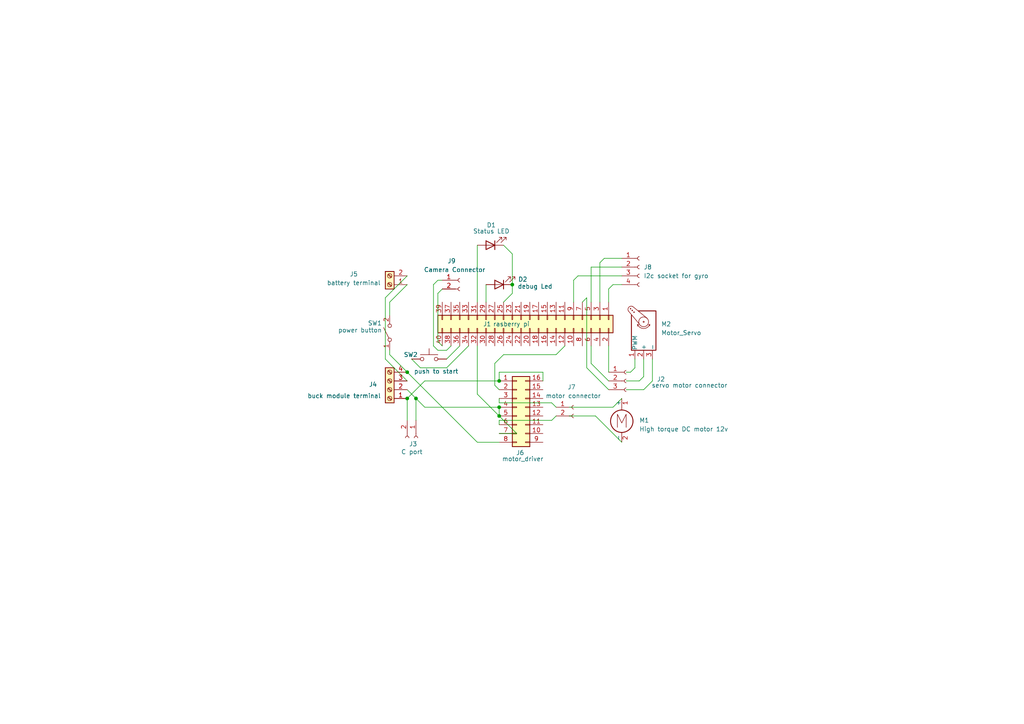
<source format=kicad_sch>
(kicad_sch
	(version 20250114)
	(generator "eeschema")
	(generator_version "9.0")
	(uuid "e92c4cf0-6fa9-4acc-b120-2850741b9b9f")
	(paper "A4")
	(lib_symbols
		(symbol "Connector:Conn_01x02_Socket"
			(pin_names
				(offset 1.016)
				(hide yes)
			)
			(exclude_from_sim no)
			(in_bom yes)
			(on_board yes)
			(property "Reference" "J"
				(at 0 2.54 0)
				(effects
					(font
						(size 1.27 1.27)
					)
				)
			)
			(property "Value" "Conn_01x02_Socket"
				(at 0 -5.08 0)
				(effects
					(font
						(size 1.27 1.27)
					)
				)
			)
			(property "Footprint" ""
				(at 0 0 0)
				(effects
					(font
						(size 1.27 1.27)
					)
					(hide yes)
				)
			)
			(property "Datasheet" "~"
				(at 0 0 0)
				(effects
					(font
						(size 1.27 1.27)
					)
					(hide yes)
				)
			)
			(property "Description" "Generic connector, single row, 01x02, script generated"
				(at 0 0 0)
				(effects
					(font
						(size 1.27 1.27)
					)
					(hide yes)
				)
			)
			(property "ki_locked" ""
				(at 0 0 0)
				(effects
					(font
						(size 1.27 1.27)
					)
				)
			)
			(property "ki_keywords" "connector"
				(at 0 0 0)
				(effects
					(font
						(size 1.27 1.27)
					)
					(hide yes)
				)
			)
			(property "ki_fp_filters" "Connector*:*_1x??_*"
				(at 0 0 0)
				(effects
					(font
						(size 1.27 1.27)
					)
					(hide yes)
				)
			)
			(symbol "Conn_01x02_Socket_1_1"
				(polyline
					(pts
						(xy -1.27 0) (xy -0.508 0)
					)
					(stroke
						(width 0.1524)
						(type default)
					)
					(fill
						(type none)
					)
				)
				(polyline
					(pts
						(xy -1.27 -2.54) (xy -0.508 -2.54)
					)
					(stroke
						(width 0.1524)
						(type default)
					)
					(fill
						(type none)
					)
				)
				(arc
					(start 0 -0.508)
					(mid -0.5058 0)
					(end 0 0.508)
					(stroke
						(width 0.1524)
						(type default)
					)
					(fill
						(type none)
					)
				)
				(arc
					(start 0 -3.048)
					(mid -0.5058 -2.54)
					(end 0 -2.032)
					(stroke
						(width 0.1524)
						(type default)
					)
					(fill
						(type none)
					)
				)
				(pin passive line
					(at -5.08 0 0)
					(length 3.81)
					(name "Pin_1"
						(effects
							(font
								(size 1.27 1.27)
							)
						)
					)
					(number "1"
						(effects
							(font
								(size 1.27 1.27)
							)
						)
					)
				)
				(pin passive line
					(at -5.08 -2.54 0)
					(length 3.81)
					(name "Pin_2"
						(effects
							(font
								(size 1.27 1.27)
							)
						)
					)
					(number "2"
						(effects
							(font
								(size 1.27 1.27)
							)
						)
					)
				)
			)
			(embedded_fonts no)
		)
		(symbol "Connector:Conn_01x03_Socket"
			(pin_names
				(offset 1.016)
				(hide yes)
			)
			(exclude_from_sim no)
			(in_bom yes)
			(on_board yes)
			(property "Reference" "J"
				(at 0 5.08 0)
				(effects
					(font
						(size 1.27 1.27)
					)
				)
			)
			(property "Value" "Conn_01x03_Socket"
				(at 0 -5.08 0)
				(effects
					(font
						(size 1.27 1.27)
					)
				)
			)
			(property "Footprint" ""
				(at 0 0 0)
				(effects
					(font
						(size 1.27 1.27)
					)
					(hide yes)
				)
			)
			(property "Datasheet" "~"
				(at 0 0 0)
				(effects
					(font
						(size 1.27 1.27)
					)
					(hide yes)
				)
			)
			(property "Description" "Generic connector, single row, 01x03, script generated"
				(at 0 0 0)
				(effects
					(font
						(size 1.27 1.27)
					)
					(hide yes)
				)
			)
			(property "ki_locked" ""
				(at 0 0 0)
				(effects
					(font
						(size 1.27 1.27)
					)
				)
			)
			(property "ki_keywords" "connector"
				(at 0 0 0)
				(effects
					(font
						(size 1.27 1.27)
					)
					(hide yes)
				)
			)
			(property "ki_fp_filters" "Connector*:*_1x??_*"
				(at 0 0 0)
				(effects
					(font
						(size 1.27 1.27)
					)
					(hide yes)
				)
			)
			(symbol "Conn_01x03_Socket_1_1"
				(polyline
					(pts
						(xy -1.27 2.54) (xy -0.508 2.54)
					)
					(stroke
						(width 0.1524)
						(type default)
					)
					(fill
						(type none)
					)
				)
				(polyline
					(pts
						(xy -1.27 0) (xy -0.508 0)
					)
					(stroke
						(width 0.1524)
						(type default)
					)
					(fill
						(type none)
					)
				)
				(polyline
					(pts
						(xy -1.27 -2.54) (xy -0.508 -2.54)
					)
					(stroke
						(width 0.1524)
						(type default)
					)
					(fill
						(type none)
					)
				)
				(arc
					(start 0 2.032)
					(mid -0.5058 2.54)
					(end 0 3.048)
					(stroke
						(width 0.1524)
						(type default)
					)
					(fill
						(type none)
					)
				)
				(arc
					(start 0 -0.508)
					(mid -0.5058 0)
					(end 0 0.508)
					(stroke
						(width 0.1524)
						(type default)
					)
					(fill
						(type none)
					)
				)
				(arc
					(start 0 -3.048)
					(mid -0.5058 -2.54)
					(end 0 -2.032)
					(stroke
						(width 0.1524)
						(type default)
					)
					(fill
						(type none)
					)
				)
				(pin passive line
					(at -5.08 2.54 0)
					(length 3.81)
					(name "Pin_1"
						(effects
							(font
								(size 1.27 1.27)
							)
						)
					)
					(number "1"
						(effects
							(font
								(size 1.27 1.27)
							)
						)
					)
				)
				(pin passive line
					(at -5.08 0 0)
					(length 3.81)
					(name "Pin_2"
						(effects
							(font
								(size 1.27 1.27)
							)
						)
					)
					(number "2"
						(effects
							(font
								(size 1.27 1.27)
							)
						)
					)
				)
				(pin passive line
					(at -5.08 -2.54 0)
					(length 3.81)
					(name "Pin_3"
						(effects
							(font
								(size 1.27 1.27)
							)
						)
					)
					(number "3"
						(effects
							(font
								(size 1.27 1.27)
							)
						)
					)
				)
			)
			(embedded_fonts no)
		)
		(symbol "Connector:Conn_01x04_Socket"
			(pin_names
				(offset 1.016)
				(hide yes)
			)
			(exclude_from_sim no)
			(in_bom yes)
			(on_board yes)
			(property "Reference" "J"
				(at 0 5.08 0)
				(effects
					(font
						(size 1.27 1.27)
					)
				)
			)
			(property "Value" "Conn_01x04_Socket"
				(at 0 -7.62 0)
				(effects
					(font
						(size 1.27 1.27)
					)
				)
			)
			(property "Footprint" ""
				(at 0 0 0)
				(effects
					(font
						(size 1.27 1.27)
					)
					(hide yes)
				)
			)
			(property "Datasheet" "~"
				(at 0 0 0)
				(effects
					(font
						(size 1.27 1.27)
					)
					(hide yes)
				)
			)
			(property "Description" "Generic connector, single row, 01x04, script generated"
				(at 0 0 0)
				(effects
					(font
						(size 1.27 1.27)
					)
					(hide yes)
				)
			)
			(property "ki_locked" ""
				(at 0 0 0)
				(effects
					(font
						(size 1.27 1.27)
					)
				)
			)
			(property "ki_keywords" "connector"
				(at 0 0 0)
				(effects
					(font
						(size 1.27 1.27)
					)
					(hide yes)
				)
			)
			(property "ki_fp_filters" "Connector*:*_1x??_*"
				(at 0 0 0)
				(effects
					(font
						(size 1.27 1.27)
					)
					(hide yes)
				)
			)
			(symbol "Conn_01x04_Socket_1_1"
				(polyline
					(pts
						(xy -1.27 2.54) (xy -0.508 2.54)
					)
					(stroke
						(width 0.1524)
						(type default)
					)
					(fill
						(type none)
					)
				)
				(polyline
					(pts
						(xy -1.27 0) (xy -0.508 0)
					)
					(stroke
						(width 0.1524)
						(type default)
					)
					(fill
						(type none)
					)
				)
				(polyline
					(pts
						(xy -1.27 -2.54) (xy -0.508 -2.54)
					)
					(stroke
						(width 0.1524)
						(type default)
					)
					(fill
						(type none)
					)
				)
				(polyline
					(pts
						(xy -1.27 -5.08) (xy -0.508 -5.08)
					)
					(stroke
						(width 0.1524)
						(type default)
					)
					(fill
						(type none)
					)
				)
				(arc
					(start 0 2.032)
					(mid -0.5058 2.54)
					(end 0 3.048)
					(stroke
						(width 0.1524)
						(type default)
					)
					(fill
						(type none)
					)
				)
				(arc
					(start 0 -0.508)
					(mid -0.5058 0)
					(end 0 0.508)
					(stroke
						(width 0.1524)
						(type default)
					)
					(fill
						(type none)
					)
				)
				(arc
					(start 0 -3.048)
					(mid -0.5058 -2.54)
					(end 0 -2.032)
					(stroke
						(width 0.1524)
						(type default)
					)
					(fill
						(type none)
					)
				)
				(arc
					(start 0 -5.588)
					(mid -0.5058 -5.08)
					(end 0 -4.572)
					(stroke
						(width 0.1524)
						(type default)
					)
					(fill
						(type none)
					)
				)
				(pin passive line
					(at -5.08 2.54 0)
					(length 3.81)
					(name "Pin_1"
						(effects
							(font
								(size 1.27 1.27)
							)
						)
					)
					(number "1"
						(effects
							(font
								(size 1.27 1.27)
							)
						)
					)
				)
				(pin passive line
					(at -5.08 0 0)
					(length 3.81)
					(name "Pin_2"
						(effects
							(font
								(size 1.27 1.27)
							)
						)
					)
					(number "2"
						(effects
							(font
								(size 1.27 1.27)
							)
						)
					)
				)
				(pin passive line
					(at -5.08 -2.54 0)
					(length 3.81)
					(name "Pin_3"
						(effects
							(font
								(size 1.27 1.27)
							)
						)
					)
					(number "3"
						(effects
							(font
								(size 1.27 1.27)
							)
						)
					)
				)
				(pin passive line
					(at -5.08 -5.08 0)
					(length 3.81)
					(name "Pin_4"
						(effects
							(font
								(size 1.27 1.27)
							)
						)
					)
					(number "4"
						(effects
							(font
								(size 1.27 1.27)
							)
						)
					)
				)
			)
			(embedded_fonts no)
		)
		(symbol "Connector:Screw_Terminal_01x02"
			(pin_names
				(offset 1.016)
				(hide yes)
			)
			(exclude_from_sim no)
			(in_bom yes)
			(on_board yes)
			(property "Reference" "J"
				(at 0 2.54 0)
				(effects
					(font
						(size 1.27 1.27)
					)
				)
			)
			(property "Value" "Screw_Terminal_01x02"
				(at 0 -5.08 0)
				(effects
					(font
						(size 1.27 1.27)
					)
				)
			)
			(property "Footprint" ""
				(at 0 0 0)
				(effects
					(font
						(size 1.27 1.27)
					)
					(hide yes)
				)
			)
			(property "Datasheet" "~"
				(at 0 0 0)
				(effects
					(font
						(size 1.27 1.27)
					)
					(hide yes)
				)
			)
			(property "Description" "Generic screw terminal, single row, 01x02, script generated (kicad-library-utils/schlib/autogen/connector/)"
				(at 0 0 0)
				(effects
					(font
						(size 1.27 1.27)
					)
					(hide yes)
				)
			)
			(property "ki_keywords" "screw terminal"
				(at 0 0 0)
				(effects
					(font
						(size 1.27 1.27)
					)
					(hide yes)
				)
			)
			(property "ki_fp_filters" "TerminalBlock*:*"
				(at 0 0 0)
				(effects
					(font
						(size 1.27 1.27)
					)
					(hide yes)
				)
			)
			(symbol "Screw_Terminal_01x02_1_1"
				(rectangle
					(start -1.27 1.27)
					(end 1.27 -3.81)
					(stroke
						(width 0.254)
						(type default)
					)
					(fill
						(type background)
					)
				)
				(polyline
					(pts
						(xy -0.5334 0.3302) (xy 0.3302 -0.508)
					)
					(stroke
						(width 0.1524)
						(type default)
					)
					(fill
						(type none)
					)
				)
				(polyline
					(pts
						(xy -0.5334 -2.2098) (xy 0.3302 -3.048)
					)
					(stroke
						(width 0.1524)
						(type default)
					)
					(fill
						(type none)
					)
				)
				(polyline
					(pts
						(xy -0.3556 0.508) (xy 0.508 -0.3302)
					)
					(stroke
						(width 0.1524)
						(type default)
					)
					(fill
						(type none)
					)
				)
				(polyline
					(pts
						(xy -0.3556 -2.032) (xy 0.508 -2.8702)
					)
					(stroke
						(width 0.1524)
						(type default)
					)
					(fill
						(type none)
					)
				)
				(circle
					(center 0 0)
					(radius 0.635)
					(stroke
						(width 0.1524)
						(type default)
					)
					(fill
						(type none)
					)
				)
				(circle
					(center 0 -2.54)
					(radius 0.635)
					(stroke
						(width 0.1524)
						(type default)
					)
					(fill
						(type none)
					)
				)
				(pin passive line
					(at -5.08 0 0)
					(length 3.81)
					(name "Pin_1"
						(effects
							(font
								(size 1.27 1.27)
							)
						)
					)
					(number "1"
						(effects
							(font
								(size 1.27 1.27)
							)
						)
					)
				)
				(pin passive line
					(at -5.08 -2.54 0)
					(length 3.81)
					(name "Pin_2"
						(effects
							(font
								(size 1.27 1.27)
							)
						)
					)
					(number "2"
						(effects
							(font
								(size 1.27 1.27)
							)
						)
					)
				)
			)
			(embedded_fonts no)
		)
		(symbol "Connector:Screw_Terminal_01x04"
			(pin_names
				(offset 1.016)
				(hide yes)
			)
			(exclude_from_sim no)
			(in_bom yes)
			(on_board yes)
			(property "Reference" "J"
				(at 0 5.08 0)
				(effects
					(font
						(size 1.27 1.27)
					)
				)
			)
			(property "Value" "Screw_Terminal_01x04"
				(at 0 -7.62 0)
				(effects
					(font
						(size 1.27 1.27)
					)
				)
			)
			(property "Footprint" ""
				(at 0 0 0)
				(effects
					(font
						(size 1.27 1.27)
					)
					(hide yes)
				)
			)
			(property "Datasheet" "~"
				(at 0 0 0)
				(effects
					(font
						(size 1.27 1.27)
					)
					(hide yes)
				)
			)
			(property "Description" "Generic screw terminal, single row, 01x04, script generated (kicad-library-utils/schlib/autogen/connector/)"
				(at 0 0 0)
				(effects
					(font
						(size 1.27 1.27)
					)
					(hide yes)
				)
			)
			(property "ki_keywords" "screw terminal"
				(at 0 0 0)
				(effects
					(font
						(size 1.27 1.27)
					)
					(hide yes)
				)
			)
			(property "ki_fp_filters" "TerminalBlock*:*"
				(at 0 0 0)
				(effects
					(font
						(size 1.27 1.27)
					)
					(hide yes)
				)
			)
			(symbol "Screw_Terminal_01x04_1_1"
				(rectangle
					(start -1.27 3.81)
					(end 1.27 -6.35)
					(stroke
						(width 0.254)
						(type default)
					)
					(fill
						(type background)
					)
				)
				(polyline
					(pts
						(xy -0.5334 2.8702) (xy 0.3302 2.032)
					)
					(stroke
						(width 0.1524)
						(type default)
					)
					(fill
						(type none)
					)
				)
				(polyline
					(pts
						(xy -0.5334 0.3302) (xy 0.3302 -0.508)
					)
					(stroke
						(width 0.1524)
						(type default)
					)
					(fill
						(type none)
					)
				)
				(polyline
					(pts
						(xy -0.5334 -2.2098) (xy 0.3302 -3.048)
					)
					(stroke
						(width 0.1524)
						(type default)
					)
					(fill
						(type none)
					)
				)
				(polyline
					(pts
						(xy -0.5334 -4.7498) (xy 0.3302 -5.588)
					)
					(stroke
						(width 0.1524)
						(type default)
					)
					(fill
						(type none)
					)
				)
				(polyline
					(pts
						(xy -0.3556 3.048) (xy 0.508 2.2098)
					)
					(stroke
						(width 0.1524)
						(type default)
					)
					(fill
						(type none)
					)
				)
				(polyline
					(pts
						(xy -0.3556 0.508) (xy 0.508 -0.3302)
					)
					(stroke
						(width 0.1524)
						(type default)
					)
					(fill
						(type none)
					)
				)
				(polyline
					(pts
						(xy -0.3556 -2.032) (xy 0.508 -2.8702)
					)
					(stroke
						(width 0.1524)
						(type default)
					)
					(fill
						(type none)
					)
				)
				(polyline
					(pts
						(xy -0.3556 -4.572) (xy 0.508 -5.4102)
					)
					(stroke
						(width 0.1524)
						(type default)
					)
					(fill
						(type none)
					)
				)
				(circle
					(center 0 2.54)
					(radius 0.635)
					(stroke
						(width 0.1524)
						(type default)
					)
					(fill
						(type none)
					)
				)
				(circle
					(center 0 0)
					(radius 0.635)
					(stroke
						(width 0.1524)
						(type default)
					)
					(fill
						(type none)
					)
				)
				(circle
					(center 0 -2.54)
					(radius 0.635)
					(stroke
						(width 0.1524)
						(type default)
					)
					(fill
						(type none)
					)
				)
				(circle
					(center 0 -5.08)
					(radius 0.635)
					(stroke
						(width 0.1524)
						(type default)
					)
					(fill
						(type none)
					)
				)
				(pin passive line
					(at -5.08 2.54 0)
					(length 3.81)
					(name "Pin_1"
						(effects
							(font
								(size 1.27 1.27)
							)
						)
					)
					(number "1"
						(effects
							(font
								(size 1.27 1.27)
							)
						)
					)
				)
				(pin passive line
					(at -5.08 0 0)
					(length 3.81)
					(name "Pin_2"
						(effects
							(font
								(size 1.27 1.27)
							)
						)
					)
					(number "2"
						(effects
							(font
								(size 1.27 1.27)
							)
						)
					)
				)
				(pin passive line
					(at -5.08 -2.54 0)
					(length 3.81)
					(name "Pin_3"
						(effects
							(font
								(size 1.27 1.27)
							)
						)
					)
					(number "3"
						(effects
							(font
								(size 1.27 1.27)
							)
						)
					)
				)
				(pin passive line
					(at -5.08 -5.08 0)
					(length 3.81)
					(name "Pin_4"
						(effects
							(font
								(size 1.27 1.27)
							)
						)
					)
					(number "4"
						(effects
							(font
								(size 1.27 1.27)
							)
						)
					)
				)
			)
			(embedded_fonts no)
		)
		(symbol "Connector_Generic:Conn_02x08_Counter_Clockwise"
			(pin_names
				(offset 1.016)
				(hide yes)
			)
			(exclude_from_sim no)
			(in_bom yes)
			(on_board yes)
			(property "Reference" "J"
				(at 1.27 10.16 0)
				(effects
					(font
						(size 1.27 1.27)
					)
				)
			)
			(property "Value" "Conn_02x08_Counter_Clockwise"
				(at 1.27 -12.7 0)
				(effects
					(font
						(size 1.27 1.27)
					)
				)
			)
			(property "Footprint" ""
				(at 0 0 0)
				(effects
					(font
						(size 1.27 1.27)
					)
					(hide yes)
				)
			)
			(property "Datasheet" "~"
				(at 0 0 0)
				(effects
					(font
						(size 1.27 1.27)
					)
					(hide yes)
				)
			)
			(property "Description" "Generic connector, double row, 02x08, counter clockwise pin numbering scheme (similar to DIP package numbering), script generated (kicad-library-utils/schlib/autogen/connector/)"
				(at 0 0 0)
				(effects
					(font
						(size 1.27 1.27)
					)
					(hide yes)
				)
			)
			(property "ki_keywords" "connector"
				(at 0 0 0)
				(effects
					(font
						(size 1.27 1.27)
					)
					(hide yes)
				)
			)
			(property "ki_fp_filters" "Connector*:*_2x??_*"
				(at 0 0 0)
				(effects
					(font
						(size 1.27 1.27)
					)
					(hide yes)
				)
			)
			(symbol "Conn_02x08_Counter_Clockwise_1_1"
				(rectangle
					(start -1.27 8.89)
					(end 3.81 -11.43)
					(stroke
						(width 0.254)
						(type default)
					)
					(fill
						(type background)
					)
				)
				(rectangle
					(start -1.27 7.747)
					(end 0 7.493)
					(stroke
						(width 0.1524)
						(type default)
					)
					(fill
						(type none)
					)
				)
				(rectangle
					(start -1.27 5.207)
					(end 0 4.953)
					(stroke
						(width 0.1524)
						(type default)
					)
					(fill
						(type none)
					)
				)
				(rectangle
					(start -1.27 2.667)
					(end 0 2.413)
					(stroke
						(width 0.1524)
						(type default)
					)
					(fill
						(type none)
					)
				)
				(rectangle
					(start -1.27 0.127)
					(end 0 -0.127)
					(stroke
						(width 0.1524)
						(type default)
					)
					(fill
						(type none)
					)
				)
				(rectangle
					(start -1.27 -2.413)
					(end 0 -2.667)
					(stroke
						(width 0.1524)
						(type default)
					)
					(fill
						(type none)
					)
				)
				(rectangle
					(start -1.27 -4.953)
					(end 0 -5.207)
					(stroke
						(width 0.1524)
						(type default)
					)
					(fill
						(type none)
					)
				)
				(rectangle
					(start -1.27 -7.493)
					(end 0 -7.747)
					(stroke
						(width 0.1524)
						(type default)
					)
					(fill
						(type none)
					)
				)
				(rectangle
					(start -1.27 -10.033)
					(end 0 -10.287)
					(stroke
						(width 0.1524)
						(type default)
					)
					(fill
						(type none)
					)
				)
				(rectangle
					(start 3.81 7.747)
					(end 2.54 7.493)
					(stroke
						(width 0.1524)
						(type default)
					)
					(fill
						(type none)
					)
				)
				(rectangle
					(start 3.81 5.207)
					(end 2.54 4.953)
					(stroke
						(width 0.1524)
						(type default)
					)
					(fill
						(type none)
					)
				)
				(rectangle
					(start 3.81 2.667)
					(end 2.54 2.413)
					(stroke
						(width 0.1524)
						(type default)
					)
					(fill
						(type none)
					)
				)
				(rectangle
					(start 3.81 0.127)
					(end 2.54 -0.127)
					(stroke
						(width 0.1524)
						(type default)
					)
					(fill
						(type none)
					)
				)
				(rectangle
					(start 3.81 -2.413)
					(end 2.54 -2.667)
					(stroke
						(width 0.1524)
						(type default)
					)
					(fill
						(type none)
					)
				)
				(rectangle
					(start 3.81 -4.953)
					(end 2.54 -5.207)
					(stroke
						(width 0.1524)
						(type default)
					)
					(fill
						(type none)
					)
				)
				(rectangle
					(start 3.81 -7.493)
					(end 2.54 -7.747)
					(stroke
						(width 0.1524)
						(type default)
					)
					(fill
						(type none)
					)
				)
				(rectangle
					(start 3.81 -10.033)
					(end 2.54 -10.287)
					(stroke
						(width 0.1524)
						(type default)
					)
					(fill
						(type none)
					)
				)
				(pin passive line
					(at -5.08 7.62 0)
					(length 3.81)
					(name "Pin_1"
						(effects
							(font
								(size 1.27 1.27)
							)
						)
					)
					(number "1"
						(effects
							(font
								(size 1.27 1.27)
							)
						)
					)
				)
				(pin passive line
					(at -5.08 5.08 0)
					(length 3.81)
					(name "Pin_2"
						(effects
							(font
								(size 1.27 1.27)
							)
						)
					)
					(number "2"
						(effects
							(font
								(size 1.27 1.27)
							)
						)
					)
				)
				(pin passive line
					(at -5.08 2.54 0)
					(length 3.81)
					(name "Pin_3"
						(effects
							(font
								(size 1.27 1.27)
							)
						)
					)
					(number "3"
						(effects
							(font
								(size 1.27 1.27)
							)
						)
					)
				)
				(pin passive line
					(at -5.08 0 0)
					(length 3.81)
					(name "Pin_4"
						(effects
							(font
								(size 1.27 1.27)
							)
						)
					)
					(number "4"
						(effects
							(font
								(size 1.27 1.27)
							)
						)
					)
				)
				(pin passive line
					(at -5.08 -2.54 0)
					(length 3.81)
					(name "Pin_5"
						(effects
							(font
								(size 1.27 1.27)
							)
						)
					)
					(number "5"
						(effects
							(font
								(size 1.27 1.27)
							)
						)
					)
				)
				(pin passive line
					(at -5.08 -5.08 0)
					(length 3.81)
					(name "Pin_6"
						(effects
							(font
								(size 1.27 1.27)
							)
						)
					)
					(number "6"
						(effects
							(font
								(size 1.27 1.27)
							)
						)
					)
				)
				(pin passive line
					(at -5.08 -7.62 0)
					(length 3.81)
					(name "Pin_7"
						(effects
							(font
								(size 1.27 1.27)
							)
						)
					)
					(number "7"
						(effects
							(font
								(size 1.27 1.27)
							)
						)
					)
				)
				(pin passive line
					(at -5.08 -10.16 0)
					(length 3.81)
					(name "Pin_8"
						(effects
							(font
								(size 1.27 1.27)
							)
						)
					)
					(number "8"
						(effects
							(font
								(size 1.27 1.27)
							)
						)
					)
				)
				(pin passive line
					(at 7.62 7.62 180)
					(length 3.81)
					(name "Pin_16"
						(effects
							(font
								(size 1.27 1.27)
							)
						)
					)
					(number "16"
						(effects
							(font
								(size 1.27 1.27)
							)
						)
					)
				)
				(pin passive line
					(at 7.62 5.08 180)
					(length 3.81)
					(name "Pin_15"
						(effects
							(font
								(size 1.27 1.27)
							)
						)
					)
					(number "15"
						(effects
							(font
								(size 1.27 1.27)
							)
						)
					)
				)
				(pin passive line
					(at 7.62 2.54 180)
					(length 3.81)
					(name "Pin_14"
						(effects
							(font
								(size 1.27 1.27)
							)
						)
					)
					(number "14"
						(effects
							(font
								(size 1.27 1.27)
							)
						)
					)
				)
				(pin passive line
					(at 7.62 0 180)
					(length 3.81)
					(name "Pin_13"
						(effects
							(font
								(size 1.27 1.27)
							)
						)
					)
					(number "13"
						(effects
							(font
								(size 1.27 1.27)
							)
						)
					)
				)
				(pin passive line
					(at 7.62 -2.54 180)
					(length 3.81)
					(name "Pin_12"
						(effects
							(font
								(size 1.27 1.27)
							)
						)
					)
					(number "12"
						(effects
							(font
								(size 1.27 1.27)
							)
						)
					)
				)
				(pin passive line
					(at 7.62 -5.08 180)
					(length 3.81)
					(name "Pin_11"
						(effects
							(font
								(size 1.27 1.27)
							)
						)
					)
					(number "11"
						(effects
							(font
								(size 1.27 1.27)
							)
						)
					)
				)
				(pin passive line
					(at 7.62 -7.62 180)
					(length 3.81)
					(name "Pin_10"
						(effects
							(font
								(size 1.27 1.27)
							)
						)
					)
					(number "10"
						(effects
							(font
								(size 1.27 1.27)
							)
						)
					)
				)
				(pin passive line
					(at 7.62 -10.16 180)
					(length 3.81)
					(name "Pin_9"
						(effects
							(font
								(size 1.27 1.27)
							)
						)
					)
					(number "9"
						(effects
							(font
								(size 1.27 1.27)
							)
						)
					)
				)
			)
			(embedded_fonts no)
		)
		(symbol "Connector_Generic:Conn_02x20_Odd_Even"
			(pin_names
				(offset 1.016)
				(hide yes)
			)
			(exclude_from_sim no)
			(in_bom yes)
			(on_board yes)
			(property "Reference" "J"
				(at 1.27 25.4 0)
				(effects
					(font
						(size 1.27 1.27)
					)
				)
			)
			(property "Value" "Conn_02x20_Odd_Even"
				(at 1.27 -27.94 0)
				(effects
					(font
						(size 1.27 1.27)
					)
				)
			)
			(property "Footprint" ""
				(at 0 0 0)
				(effects
					(font
						(size 1.27 1.27)
					)
					(hide yes)
				)
			)
			(property "Datasheet" "~"
				(at 0 0 0)
				(effects
					(font
						(size 1.27 1.27)
					)
					(hide yes)
				)
			)
			(property "Description" "Generic connector, double row, 02x20, odd/even pin numbering scheme (row 1 odd numbers, row 2 even numbers), script generated (kicad-library-utils/schlib/autogen/connector/)"
				(at 0 0 0)
				(effects
					(font
						(size 1.27 1.27)
					)
					(hide yes)
				)
			)
			(property "ki_keywords" "connector"
				(at 0 0 0)
				(effects
					(font
						(size 1.27 1.27)
					)
					(hide yes)
				)
			)
			(property "ki_fp_filters" "Connector*:*_2x??_*"
				(at 0 0 0)
				(effects
					(font
						(size 1.27 1.27)
					)
					(hide yes)
				)
			)
			(symbol "Conn_02x20_Odd_Even_1_1"
				(rectangle
					(start -1.27 24.13)
					(end 3.81 -26.67)
					(stroke
						(width 0.254)
						(type default)
					)
					(fill
						(type background)
					)
				)
				(rectangle
					(start -1.27 22.987)
					(end 0 22.733)
					(stroke
						(width 0.1524)
						(type default)
					)
					(fill
						(type none)
					)
				)
				(rectangle
					(start -1.27 20.447)
					(end 0 20.193)
					(stroke
						(width 0.1524)
						(type default)
					)
					(fill
						(type none)
					)
				)
				(rectangle
					(start -1.27 17.907)
					(end 0 17.653)
					(stroke
						(width 0.1524)
						(type default)
					)
					(fill
						(type none)
					)
				)
				(rectangle
					(start -1.27 15.367)
					(end 0 15.113)
					(stroke
						(width 0.1524)
						(type default)
					)
					(fill
						(type none)
					)
				)
				(rectangle
					(start -1.27 12.827)
					(end 0 12.573)
					(stroke
						(width 0.1524)
						(type default)
					)
					(fill
						(type none)
					)
				)
				(rectangle
					(start -1.27 10.287)
					(end 0 10.033)
					(stroke
						(width 0.1524)
						(type default)
					)
					(fill
						(type none)
					)
				)
				(rectangle
					(start -1.27 7.747)
					(end 0 7.493)
					(stroke
						(width 0.1524)
						(type default)
					)
					(fill
						(type none)
					)
				)
				(rectangle
					(start -1.27 5.207)
					(end 0 4.953)
					(stroke
						(width 0.1524)
						(type default)
					)
					(fill
						(type none)
					)
				)
				(rectangle
					(start -1.27 2.667)
					(end 0 2.413)
					(stroke
						(width 0.1524)
						(type default)
					)
					(fill
						(type none)
					)
				)
				(rectangle
					(start -1.27 0.127)
					(end 0 -0.127)
					(stroke
						(width 0.1524)
						(type default)
					)
					(fill
						(type none)
					)
				)
				(rectangle
					(start -1.27 -2.413)
					(end 0 -2.667)
					(stroke
						(width 0.1524)
						(type default)
					)
					(fill
						(type none)
					)
				)
				(rectangle
					(start -1.27 -4.953)
					(end 0 -5.207)
					(stroke
						(width 0.1524)
						(type default)
					)
					(fill
						(type none)
					)
				)
				(rectangle
					(start -1.27 -7.493)
					(end 0 -7.747)
					(stroke
						(width 0.1524)
						(type default)
					)
					(fill
						(type none)
					)
				)
				(rectangle
					(start -1.27 -10.033)
					(end 0 -10.287)
					(stroke
						(width 0.1524)
						(type default)
					)
					(fill
						(type none)
					)
				)
				(rectangle
					(start -1.27 -12.573)
					(end 0 -12.827)
					(stroke
						(width 0.1524)
						(type default)
					)
					(fill
						(type none)
					)
				)
				(rectangle
					(start -1.27 -15.113)
					(end 0 -15.367)
					(stroke
						(width 0.1524)
						(type default)
					)
					(fill
						(type none)
					)
				)
				(rectangle
					(start -1.27 -17.653)
					(end 0 -17.907)
					(stroke
						(width 0.1524)
						(type default)
					)
					(fill
						(type none)
					)
				)
				(rectangle
					(start -1.27 -20.193)
					(end 0 -20.447)
					(stroke
						(width 0.1524)
						(type default)
					)
					(fill
						(type none)
					)
				)
				(rectangle
					(start -1.27 -22.733)
					(end 0 -22.987)
					(stroke
						(width 0.1524)
						(type default)
					)
					(fill
						(type none)
					)
				)
				(rectangle
					(start -1.27 -25.273)
					(end 0 -25.527)
					(stroke
						(width 0.1524)
						(type default)
					)
					(fill
						(type none)
					)
				)
				(rectangle
					(start 3.81 22.987)
					(end 2.54 22.733)
					(stroke
						(width 0.1524)
						(type default)
					)
					(fill
						(type none)
					)
				)
				(rectangle
					(start 3.81 20.447)
					(end 2.54 20.193)
					(stroke
						(width 0.1524)
						(type default)
					)
					(fill
						(type none)
					)
				)
				(rectangle
					(start 3.81 17.907)
					(end 2.54 17.653)
					(stroke
						(width 0.1524)
						(type default)
					)
					(fill
						(type none)
					)
				)
				(rectangle
					(start 3.81 15.367)
					(end 2.54 15.113)
					(stroke
						(width 0.1524)
						(type default)
					)
					(fill
						(type none)
					)
				)
				(rectangle
					(start 3.81 12.827)
					(end 2.54 12.573)
					(stroke
						(width 0.1524)
						(type default)
					)
					(fill
						(type none)
					)
				)
				(rectangle
					(start 3.81 10.287)
					(end 2.54 10.033)
					(stroke
						(width 0.1524)
						(type default)
					)
					(fill
						(type none)
					)
				)
				(rectangle
					(start 3.81 7.747)
					(end 2.54 7.493)
					(stroke
						(width 0.1524)
						(type default)
					)
					(fill
						(type none)
					)
				)
				(rectangle
					(start 3.81 5.207)
					(end 2.54 4.953)
					(stroke
						(width 0.1524)
						(type default)
					)
					(fill
						(type none)
					)
				)
				(rectangle
					(start 3.81 2.667)
					(end 2.54 2.413)
					(stroke
						(width 0.1524)
						(type default)
					)
					(fill
						(type none)
					)
				)
				(rectangle
					(start 3.81 0.127)
					(end 2.54 -0.127)
					(stroke
						(width 0.1524)
						(type default)
					)
					(fill
						(type none)
					)
				)
				(rectangle
					(start 3.81 -2.413)
					(end 2.54 -2.667)
					(stroke
						(width 0.1524)
						(type default)
					)
					(fill
						(type none)
					)
				)
				(rectangle
					(start 3.81 -4.953)
					(end 2.54 -5.207)
					(stroke
						(width 0.1524)
						(type default)
					)
					(fill
						(type none)
					)
				)
				(rectangle
					(start 3.81 -7.493)
					(end 2.54 -7.747)
					(stroke
						(width 0.1524)
						(type default)
					)
					(fill
						(type none)
					)
				)
				(rectangle
					(start 3.81 -10.033)
					(end 2.54 -10.287)
					(stroke
						(width 0.1524)
						(type default)
					)
					(fill
						(type none)
					)
				)
				(rectangle
					(start 3.81 -12.573)
					(end 2.54 -12.827)
					(stroke
						(width 0.1524)
						(type default)
					)
					(fill
						(type none)
					)
				)
				(rectangle
					(start 3.81 -15.113)
					(end 2.54 -15.367)
					(stroke
						(width 0.1524)
						(type default)
					)
					(fill
						(type none)
					)
				)
				(rectangle
					(start 3.81 -17.653)
					(end 2.54 -17.907)
					(stroke
						(width 0.1524)
						(type default)
					)
					(fill
						(type none)
					)
				)
				(rectangle
					(start 3.81 -20.193)
					(end 2.54 -20.447)
					(stroke
						(width 0.1524)
						(type default)
					)
					(fill
						(type none)
					)
				)
				(rectangle
					(start 3.81 -22.733)
					(end 2.54 -22.987)
					(stroke
						(width 0.1524)
						(type default)
					)
					(fill
						(type none)
					)
				)
				(rectangle
					(start 3.81 -25.273)
					(end 2.54 -25.527)
					(stroke
						(width 0.1524)
						(type default)
					)
					(fill
						(type none)
					)
				)
				(pin passive line
					(at -5.08 22.86 0)
					(length 3.81)
					(name "Pin_1"
						(effects
							(font
								(size 1.27 1.27)
							)
						)
					)
					(number "1"
						(effects
							(font
								(size 1.27 1.27)
							)
						)
					)
				)
				(pin passive line
					(at -5.08 20.32 0)
					(length 3.81)
					(name "Pin_3"
						(effects
							(font
								(size 1.27 1.27)
							)
						)
					)
					(number "3"
						(effects
							(font
								(size 1.27 1.27)
							)
						)
					)
				)
				(pin passive line
					(at -5.08 17.78 0)
					(length 3.81)
					(name "Pin_5"
						(effects
							(font
								(size 1.27 1.27)
							)
						)
					)
					(number "5"
						(effects
							(font
								(size 1.27 1.27)
							)
						)
					)
				)
				(pin passive line
					(at -5.08 15.24 0)
					(length 3.81)
					(name "Pin_7"
						(effects
							(font
								(size 1.27 1.27)
							)
						)
					)
					(number "7"
						(effects
							(font
								(size 1.27 1.27)
							)
						)
					)
				)
				(pin passive line
					(at -5.08 12.7 0)
					(length 3.81)
					(name "Pin_9"
						(effects
							(font
								(size 1.27 1.27)
							)
						)
					)
					(number "9"
						(effects
							(font
								(size 1.27 1.27)
							)
						)
					)
				)
				(pin passive line
					(at -5.08 10.16 0)
					(length 3.81)
					(name "Pin_11"
						(effects
							(font
								(size 1.27 1.27)
							)
						)
					)
					(number "11"
						(effects
							(font
								(size 1.27 1.27)
							)
						)
					)
				)
				(pin passive line
					(at -5.08 7.62 0)
					(length 3.81)
					(name "Pin_13"
						(effects
							(font
								(size 1.27 1.27)
							)
						)
					)
					(number "13"
						(effects
							(font
								(size 1.27 1.27)
							)
						)
					)
				)
				(pin passive line
					(at -5.08 5.08 0)
					(length 3.81)
					(name "Pin_15"
						(effects
							(font
								(size 1.27 1.27)
							)
						)
					)
					(number "15"
						(effects
							(font
								(size 1.27 1.27)
							)
						)
					)
				)
				(pin passive line
					(at -5.08 2.54 0)
					(length 3.81)
					(name "Pin_17"
						(effects
							(font
								(size 1.27 1.27)
							)
						)
					)
					(number "17"
						(effects
							(font
								(size 1.27 1.27)
							)
						)
					)
				)
				(pin passive line
					(at -5.08 0 0)
					(length 3.81)
					(name "Pin_19"
						(effects
							(font
								(size 1.27 1.27)
							)
						)
					)
					(number "19"
						(effects
							(font
								(size 1.27 1.27)
							)
						)
					)
				)
				(pin passive line
					(at -5.08 -2.54 0)
					(length 3.81)
					(name "Pin_21"
						(effects
							(font
								(size 1.27 1.27)
							)
						)
					)
					(number "21"
						(effects
							(font
								(size 1.27 1.27)
							)
						)
					)
				)
				(pin passive line
					(at -5.08 -5.08 0)
					(length 3.81)
					(name "Pin_23"
						(effects
							(font
								(size 1.27 1.27)
							)
						)
					)
					(number "23"
						(effects
							(font
								(size 1.27 1.27)
							)
						)
					)
				)
				(pin passive line
					(at -5.08 -7.62 0)
					(length 3.81)
					(name "Pin_25"
						(effects
							(font
								(size 1.27 1.27)
							)
						)
					)
					(number "25"
						(effects
							(font
								(size 1.27 1.27)
							)
						)
					)
				)
				(pin passive line
					(at -5.08 -10.16 0)
					(length 3.81)
					(name "Pin_27"
						(effects
							(font
								(size 1.27 1.27)
							)
						)
					)
					(number "27"
						(effects
							(font
								(size 1.27 1.27)
							)
						)
					)
				)
				(pin passive line
					(at -5.08 -12.7 0)
					(length 3.81)
					(name "Pin_29"
						(effects
							(font
								(size 1.27 1.27)
							)
						)
					)
					(number "29"
						(effects
							(font
								(size 1.27 1.27)
							)
						)
					)
				)
				(pin passive line
					(at -5.08 -15.24 0)
					(length 3.81)
					(name "Pin_31"
						(effects
							(font
								(size 1.27 1.27)
							)
						)
					)
					(number "31"
						(effects
							(font
								(size 1.27 1.27)
							)
						)
					)
				)
				(pin passive line
					(at -5.08 -17.78 0)
					(length 3.81)
					(name "Pin_33"
						(effects
							(font
								(size 1.27 1.27)
							)
						)
					)
					(number "33"
						(effects
							(font
								(size 1.27 1.27)
							)
						)
					)
				)
				(pin passive line
					(at -5.08 -20.32 0)
					(length 3.81)
					(name "Pin_35"
						(effects
							(font
								(size 1.27 1.27)
							)
						)
					)
					(number "35"
						(effects
							(font
								(size 1.27 1.27)
							)
						)
					)
				)
				(pin passive line
					(at -5.08 -22.86 0)
					(length 3.81)
					(name "Pin_37"
						(effects
							(font
								(size 1.27 1.27)
							)
						)
					)
					(number "37"
						(effects
							(font
								(size 1.27 1.27)
							)
						)
					)
				)
				(pin passive line
					(at -5.08 -25.4 0)
					(length 3.81)
					(name "Pin_39"
						(effects
							(font
								(size 1.27 1.27)
							)
						)
					)
					(number "39"
						(effects
							(font
								(size 1.27 1.27)
							)
						)
					)
				)
				(pin passive line
					(at 7.62 22.86 180)
					(length 3.81)
					(name "Pin_2"
						(effects
							(font
								(size 1.27 1.27)
							)
						)
					)
					(number "2"
						(effects
							(font
								(size 1.27 1.27)
							)
						)
					)
				)
				(pin passive line
					(at 7.62 20.32 180)
					(length 3.81)
					(name "Pin_4"
						(effects
							(font
								(size 1.27 1.27)
							)
						)
					)
					(number "4"
						(effects
							(font
								(size 1.27 1.27)
							)
						)
					)
				)
				(pin passive line
					(at 7.62 17.78 180)
					(length 3.81)
					(name "Pin_6"
						(effects
							(font
								(size 1.27 1.27)
							)
						)
					)
					(number "6"
						(effects
							(font
								(size 1.27 1.27)
							)
						)
					)
				)
				(pin passive line
					(at 7.62 15.24 180)
					(length 3.81)
					(name "Pin_8"
						(effects
							(font
								(size 1.27 1.27)
							)
						)
					)
					(number "8"
						(effects
							(font
								(size 1.27 1.27)
							)
						)
					)
				)
				(pin passive line
					(at 7.62 12.7 180)
					(length 3.81)
					(name "Pin_10"
						(effects
							(font
								(size 1.27 1.27)
							)
						)
					)
					(number "10"
						(effects
							(font
								(size 1.27 1.27)
							)
						)
					)
				)
				(pin passive line
					(at 7.62 10.16 180)
					(length 3.81)
					(name "Pin_12"
						(effects
							(font
								(size 1.27 1.27)
							)
						)
					)
					(number "12"
						(effects
							(font
								(size 1.27 1.27)
							)
						)
					)
				)
				(pin passive line
					(at 7.62 7.62 180)
					(length 3.81)
					(name "Pin_14"
						(effects
							(font
								(size 1.27 1.27)
							)
						)
					)
					(number "14"
						(effects
							(font
								(size 1.27 1.27)
							)
						)
					)
				)
				(pin passive line
					(at 7.62 5.08 180)
					(length 3.81)
					(name "Pin_16"
						(effects
							(font
								(size 1.27 1.27)
							)
						)
					)
					(number "16"
						(effects
							(font
								(size 1.27 1.27)
							)
						)
					)
				)
				(pin passive line
					(at 7.62 2.54 180)
					(length 3.81)
					(name "Pin_18"
						(effects
							(font
								(size 1.27 1.27)
							)
						)
					)
					(number "18"
						(effects
							(font
								(size 1.27 1.27)
							)
						)
					)
				)
				(pin passive line
					(at 7.62 0 180)
					(length 3.81)
					(name "Pin_20"
						(effects
							(font
								(size 1.27 1.27)
							)
						)
					)
					(number "20"
						(effects
							(font
								(size 1.27 1.27)
							)
						)
					)
				)
				(pin passive line
					(at 7.62 -2.54 180)
					(length 3.81)
					(name "Pin_22"
						(effects
							(font
								(size 1.27 1.27)
							)
						)
					)
					(number "22"
						(effects
							(font
								(size 1.27 1.27)
							)
						)
					)
				)
				(pin passive line
					(at 7.62 -5.08 180)
					(length 3.81)
					(name "Pin_24"
						(effects
							(font
								(size 1.27 1.27)
							)
						)
					)
					(number "24"
						(effects
							(font
								(size 1.27 1.27)
							)
						)
					)
				)
				(pin passive line
					(at 7.62 -7.62 180)
					(length 3.81)
					(name "Pin_26"
						(effects
							(font
								(size 1.27 1.27)
							)
						)
					)
					(number "26"
						(effects
							(font
								(size 1.27 1.27)
							)
						)
					)
				)
				(pin passive line
					(at 7.62 -10.16 180)
					(length 3.81)
					(name "Pin_28"
						(effects
							(font
								(size 1.27 1.27)
							)
						)
					)
					(number "28"
						(effects
							(font
								(size 1.27 1.27)
							)
						)
					)
				)
				(pin passive line
					(at 7.62 -12.7 180)
					(length 3.81)
					(name "Pin_30"
						(effects
							(font
								(size 1.27 1.27)
							)
						)
					)
					(number "30"
						(effects
							(font
								(size 1.27 1.27)
							)
						)
					)
				)
				(pin passive line
					(at 7.62 -15.24 180)
					(length 3.81)
					(name "Pin_32"
						(effects
							(font
								(size 1.27 1.27)
							)
						)
					)
					(number "32"
						(effects
							(font
								(size 1.27 1.27)
							)
						)
					)
				)
				(pin passive line
					(at 7.62 -17.78 180)
					(length 3.81)
					(name "Pin_34"
						(effects
							(font
								(size 1.27 1.27)
							)
						)
					)
					(number "34"
						(effects
							(font
								(size 1.27 1.27)
							)
						)
					)
				)
				(pin passive line
					(at 7.62 -20.32 180)
					(length 3.81)
					(name "Pin_36"
						(effects
							(font
								(size 1.27 1.27)
							)
						)
					)
					(number "36"
						(effects
							(font
								(size 1.27 1.27)
							)
						)
					)
				)
				(pin passive line
					(at 7.62 -22.86 180)
					(length 3.81)
					(name "Pin_38"
						(effects
							(font
								(size 1.27 1.27)
							)
						)
					)
					(number "38"
						(effects
							(font
								(size 1.27 1.27)
							)
						)
					)
				)
				(pin passive line
					(at 7.62 -25.4 180)
					(length 3.81)
					(name "Pin_40"
						(effects
							(font
								(size 1.27 1.27)
							)
						)
					)
					(number "40"
						(effects
							(font
								(size 1.27 1.27)
							)
						)
					)
				)
			)
			(embedded_fonts no)
		)
		(symbol "Device:LED"
			(pin_numbers
				(hide yes)
			)
			(pin_names
				(offset 1.016)
				(hide yes)
			)
			(exclude_from_sim no)
			(in_bom yes)
			(on_board yes)
			(property "Reference" "D"
				(at 0 2.54 0)
				(effects
					(font
						(size 1.27 1.27)
					)
				)
			)
			(property "Value" "LED"
				(at 0 -2.54 0)
				(effects
					(font
						(size 1.27 1.27)
					)
				)
			)
			(property "Footprint" ""
				(at 0 0 0)
				(effects
					(font
						(size 1.27 1.27)
					)
					(hide yes)
				)
			)
			(property "Datasheet" "~"
				(at 0 0 0)
				(effects
					(font
						(size 1.27 1.27)
					)
					(hide yes)
				)
			)
			(property "Description" "Light emitting diode"
				(at 0 0 0)
				(effects
					(font
						(size 1.27 1.27)
					)
					(hide yes)
				)
			)
			(property "Sim.Pins" "1=K 2=A"
				(at 0 0 0)
				(effects
					(font
						(size 1.27 1.27)
					)
					(hide yes)
				)
			)
			(property "ki_keywords" "LED diode"
				(at 0 0 0)
				(effects
					(font
						(size 1.27 1.27)
					)
					(hide yes)
				)
			)
			(property "ki_fp_filters" "LED* LED_SMD:* LED_THT:*"
				(at 0 0 0)
				(effects
					(font
						(size 1.27 1.27)
					)
					(hide yes)
				)
			)
			(symbol "LED_0_1"
				(polyline
					(pts
						(xy -3.048 -0.762) (xy -4.572 -2.286) (xy -3.81 -2.286) (xy -4.572 -2.286) (xy -4.572 -1.524)
					)
					(stroke
						(width 0)
						(type default)
					)
					(fill
						(type none)
					)
				)
				(polyline
					(pts
						(xy -1.778 -0.762) (xy -3.302 -2.286) (xy -2.54 -2.286) (xy -3.302 -2.286) (xy -3.302 -1.524)
					)
					(stroke
						(width 0)
						(type default)
					)
					(fill
						(type none)
					)
				)
				(polyline
					(pts
						(xy -1.27 0) (xy 1.27 0)
					)
					(stroke
						(width 0)
						(type default)
					)
					(fill
						(type none)
					)
				)
				(polyline
					(pts
						(xy -1.27 -1.27) (xy -1.27 1.27)
					)
					(stroke
						(width 0.254)
						(type default)
					)
					(fill
						(type none)
					)
				)
				(polyline
					(pts
						(xy 1.27 -1.27) (xy 1.27 1.27) (xy -1.27 0) (xy 1.27 -1.27)
					)
					(stroke
						(width 0.254)
						(type default)
					)
					(fill
						(type none)
					)
				)
			)
			(symbol "LED_1_1"
				(pin passive line
					(at -3.81 0 0)
					(length 2.54)
					(name "K"
						(effects
							(font
								(size 1.27 1.27)
							)
						)
					)
					(number "1"
						(effects
							(font
								(size 1.27 1.27)
							)
						)
					)
				)
				(pin passive line
					(at 3.81 0 180)
					(length 2.54)
					(name "A"
						(effects
							(font
								(size 1.27 1.27)
							)
						)
					)
					(number "2"
						(effects
							(font
								(size 1.27 1.27)
							)
						)
					)
				)
			)
			(embedded_fonts no)
		)
		(symbol "Motor:Motor_DC"
			(pin_names
				(offset 0)
			)
			(exclude_from_sim no)
			(in_bom yes)
			(on_board yes)
			(property "Reference" "M"
				(at 2.54 2.54 0)
				(effects
					(font
						(size 1.27 1.27)
					)
					(justify left)
				)
			)
			(property "Value" "Motor_DC"
				(at 2.54 -5.08 0)
				(effects
					(font
						(size 1.27 1.27)
					)
					(justify left top)
				)
			)
			(property "Footprint" ""
				(at 0 -2.286 0)
				(effects
					(font
						(size 1.27 1.27)
					)
					(hide yes)
				)
			)
			(property "Datasheet" "~"
				(at 0 -2.286 0)
				(effects
					(font
						(size 1.27 1.27)
					)
					(hide yes)
				)
			)
			(property "Description" "DC Motor"
				(at 0 0 0)
				(effects
					(font
						(size 1.27 1.27)
					)
					(hide yes)
				)
			)
			(property "ki_keywords" "DC Motor"
				(at 0 0 0)
				(effects
					(font
						(size 1.27 1.27)
					)
					(hide yes)
				)
			)
			(property "ki_fp_filters" "PinHeader*P2.54mm* TerminalBlock*"
				(at 0 0 0)
				(effects
					(font
						(size 1.27 1.27)
					)
					(hide yes)
				)
			)
			(symbol "Motor_DC_0_0"
				(polyline
					(pts
						(xy -1.27 -3.302) (xy -1.27 0.508) (xy 0 -2.032) (xy 1.27 0.508) (xy 1.27 -3.302)
					)
					(stroke
						(width 0)
						(type default)
					)
					(fill
						(type none)
					)
				)
			)
			(symbol "Motor_DC_0_1"
				(polyline
					(pts
						(xy 0 2.032) (xy 0 2.54)
					)
					(stroke
						(width 0)
						(type default)
					)
					(fill
						(type none)
					)
				)
				(polyline
					(pts
						(xy 0 1.7272) (xy 0 2.0828)
					)
					(stroke
						(width 0)
						(type default)
					)
					(fill
						(type none)
					)
				)
				(circle
					(center 0 -1.524)
					(radius 3.2512)
					(stroke
						(width 0.254)
						(type default)
					)
					(fill
						(type none)
					)
				)
				(polyline
					(pts
						(xy 0 -4.7752) (xy 0 -5.1816)
					)
					(stroke
						(width 0)
						(type default)
					)
					(fill
						(type none)
					)
				)
				(polyline
					(pts
						(xy 0 -7.62) (xy 0 -7.112)
					)
					(stroke
						(width 0)
						(type default)
					)
					(fill
						(type none)
					)
				)
			)
			(symbol "Motor_DC_1_1"
				(pin passive line
					(at 0 5.08 270)
					(length 2.54)
					(name "+"
						(effects
							(font
								(size 1.27 1.27)
							)
						)
					)
					(number "1"
						(effects
							(font
								(size 1.27 1.27)
							)
						)
					)
				)
				(pin passive line
					(at 0 -7.62 90)
					(length 2.54)
					(name "-"
						(effects
							(font
								(size 1.27 1.27)
							)
						)
					)
					(number "2"
						(effects
							(font
								(size 1.27 1.27)
							)
						)
					)
				)
			)
			(embedded_fonts no)
		)
		(symbol "Motor:Motor_Servo"
			(pin_names
				(offset 0.0254)
			)
			(exclude_from_sim no)
			(in_bom yes)
			(on_board yes)
			(property "Reference" "M"
				(at -5.08 4.445 0)
				(effects
					(font
						(size 1.27 1.27)
					)
					(justify left)
				)
			)
			(property "Value" "Motor_Servo"
				(at -5.08 -4.064 0)
				(effects
					(font
						(size 1.27 1.27)
					)
					(justify left top)
				)
			)
			(property "Footprint" ""
				(at 0 -4.826 0)
				(effects
					(font
						(size 1.27 1.27)
					)
					(hide yes)
				)
			)
			(property "Datasheet" "http://forums.parallax.com/uploads/attachments/46831/74481.png"
				(at 0 -4.826 0)
				(effects
					(font
						(size 1.27 1.27)
					)
					(hide yes)
				)
			)
			(property "Description" "Servo Motor (Futaba, HiTec, JR connector)"
				(at 0 0 0)
				(effects
					(font
						(size 1.27 1.27)
					)
					(hide yes)
				)
			)
			(property "ki_keywords" "Servo Motor"
				(at 0 0 0)
				(effects
					(font
						(size 1.27 1.27)
					)
					(hide yes)
				)
			)
			(property "ki_fp_filters" "PinHeader*P2.54mm*"
				(at 0 0 0)
				(effects
					(font
						(size 1.27 1.27)
					)
					(hide yes)
				)
			)
			(symbol "Motor_Servo_0_1"
				(polyline
					(pts
						(xy 2.413 1.778) (xy 1.905 1.778)
					)
					(stroke
						(width 0)
						(type default)
					)
					(fill
						(type none)
					)
				)
				(polyline
					(pts
						(xy 2.413 1.778) (xy 2.286 1.397)
					)
					(stroke
						(width 0)
						(type default)
					)
					(fill
						(type none)
					)
				)
				(polyline
					(pts
						(xy 2.413 -1.778) (xy 2.032 -1.778)
					)
					(stroke
						(width 0)
						(type default)
					)
					(fill
						(type none)
					)
				)
				(polyline
					(pts
						(xy 2.413 -1.778) (xy 2.286 -1.397)
					)
					(stroke
						(width 0)
						(type default)
					)
					(fill
						(type none)
					)
				)
				(arc
					(start 2.413 -1.778)
					(mid 1.2406 0)
					(end 2.413 1.778)
					(stroke
						(width 0)
						(type default)
					)
					(fill
						(type none)
					)
				)
				(circle
					(center 3.175 0)
					(radius 0.1778)
					(stroke
						(width 0)
						(type default)
					)
					(fill
						(type none)
					)
				)
				(circle
					(center 3.175 0)
					(radius 1.4224)
					(stroke
						(width 0)
						(type default)
					)
					(fill
						(type none)
					)
				)
				(polyline
					(pts
						(xy 5.08 3.556) (xy -5.08 3.556) (xy -5.08 -3.556) (xy 6.35 -3.556) (xy 6.35 1.524)
					)
					(stroke
						(width 0.254)
						(type default)
					)
					(fill
						(type none)
					)
				)
				(circle
					(center 5.969 2.794)
					(radius 0.127)
					(stroke
						(width 0)
						(type default)
					)
					(fill
						(type none)
					)
				)
				(polyline
					(pts
						(xy 6.35 4.445) (xy 2.54 1.27)
					)
					(stroke
						(width 0)
						(type default)
					)
					(fill
						(type none)
					)
				)
				(circle
					(center 6.477 3.302)
					(radius 0.127)
					(stroke
						(width 0)
						(type default)
					)
					(fill
						(type none)
					)
				)
				(arc
					(start 6.35 4.445)
					(mid 7.4487 4.2737)
					(end 7.62 3.175)
					(stroke
						(width 0)
						(type default)
					)
					(fill
						(type none)
					)
				)
				(circle
					(center 6.985 3.81)
					(radius 0.127)
					(stroke
						(width 0)
						(type default)
					)
					(fill
						(type none)
					)
				)
				(polyline
					(pts
						(xy 7.62 3.175) (xy 4.191 -1.016)
					)
					(stroke
						(width 0)
						(type default)
					)
					(fill
						(type none)
					)
				)
			)
			(symbol "Motor_Servo_1_1"
				(pin passive line
					(at -7.62 2.54 0)
					(length 2.54)
					(name "PWM"
						(effects
							(font
								(size 1.27 1.27)
							)
						)
					)
					(number "1"
						(effects
							(font
								(size 1.27 1.27)
							)
						)
					)
				)
				(pin passive line
					(at -7.62 0 0)
					(length 2.54)
					(name "+"
						(effects
							(font
								(size 1.27 1.27)
							)
						)
					)
					(number "2"
						(effects
							(font
								(size 1.27 1.27)
							)
						)
					)
				)
				(pin passive line
					(at -7.62 -2.54 0)
					(length 2.54)
					(name "-"
						(effects
							(font
								(size 1.27 1.27)
							)
						)
					)
					(number "3"
						(effects
							(font
								(size 1.27 1.27)
							)
						)
					)
				)
			)
			(embedded_fonts no)
		)
		(symbol "Switch:SW_Push"
			(pin_numbers
				(hide yes)
			)
			(pin_names
				(offset 1.016)
				(hide yes)
			)
			(exclude_from_sim no)
			(in_bom yes)
			(on_board yes)
			(property "Reference" "SW"
				(at 1.27 2.54 0)
				(effects
					(font
						(size 1.27 1.27)
					)
					(justify left)
				)
			)
			(property "Value" "SW_Push"
				(at 0 -1.524 0)
				(effects
					(font
						(size 1.27 1.27)
					)
				)
			)
			(property "Footprint" ""
				(at 0 5.08 0)
				(effects
					(font
						(size 1.27 1.27)
					)
					(hide yes)
				)
			)
			(property "Datasheet" "~"
				(at 0 5.08 0)
				(effects
					(font
						(size 1.27 1.27)
					)
					(hide yes)
				)
			)
			(property "Description" "Push button switch, generic, two pins"
				(at 0 0 0)
				(effects
					(font
						(size 1.27 1.27)
					)
					(hide yes)
				)
			)
			(property "ki_keywords" "switch normally-open pushbutton push-button"
				(at 0 0 0)
				(effects
					(font
						(size 1.27 1.27)
					)
					(hide yes)
				)
			)
			(symbol "SW_Push_0_1"
				(circle
					(center -2.032 0)
					(radius 0.508)
					(stroke
						(width 0)
						(type default)
					)
					(fill
						(type none)
					)
				)
				(polyline
					(pts
						(xy 0 1.27) (xy 0 3.048)
					)
					(stroke
						(width 0)
						(type default)
					)
					(fill
						(type none)
					)
				)
				(circle
					(center 2.032 0)
					(radius 0.508)
					(stroke
						(width 0)
						(type default)
					)
					(fill
						(type none)
					)
				)
				(polyline
					(pts
						(xy 2.54 1.27) (xy -2.54 1.27)
					)
					(stroke
						(width 0)
						(type default)
					)
					(fill
						(type none)
					)
				)
				(pin passive line
					(at -5.08 0 0)
					(length 2.54)
					(name "1"
						(effects
							(font
								(size 1.27 1.27)
							)
						)
					)
					(number "1"
						(effects
							(font
								(size 1.27 1.27)
							)
						)
					)
				)
				(pin passive line
					(at 5.08 0 180)
					(length 2.54)
					(name "2"
						(effects
							(font
								(size 1.27 1.27)
							)
						)
					)
					(number "2"
						(effects
							(font
								(size 1.27 1.27)
							)
						)
					)
				)
			)
			(embedded_fonts no)
		)
		(symbol "Switch:SW_SPST"
			(pin_names
				(offset 0)
				(hide yes)
			)
			(exclude_from_sim no)
			(in_bom yes)
			(on_board yes)
			(property "Reference" "SW"
				(at 0 3.175 0)
				(effects
					(font
						(size 1.27 1.27)
					)
				)
			)
			(property "Value" "SW_SPST"
				(at 0 -2.54 0)
				(effects
					(font
						(size 1.27 1.27)
					)
				)
			)
			(property "Footprint" ""
				(at 0 0 0)
				(effects
					(font
						(size 1.27 1.27)
					)
					(hide yes)
				)
			)
			(property "Datasheet" "~"
				(at 0 0 0)
				(effects
					(font
						(size 1.27 1.27)
					)
					(hide yes)
				)
			)
			(property "Description" "Single Pole Single Throw (SPST) switch"
				(at 0 0 0)
				(effects
					(font
						(size 1.27 1.27)
					)
					(hide yes)
				)
			)
			(property "ki_keywords" "switch lever"
				(at 0 0 0)
				(effects
					(font
						(size 1.27 1.27)
					)
					(hide yes)
				)
			)
			(symbol "SW_SPST_0_0"
				(circle
					(center -2.032 0)
					(radius 0.508)
					(stroke
						(width 0)
						(type default)
					)
					(fill
						(type none)
					)
				)
				(polyline
					(pts
						(xy -1.524 0.254) (xy 1.524 1.778)
					)
					(stroke
						(width 0)
						(type default)
					)
					(fill
						(type none)
					)
				)
				(circle
					(center 2.032 0)
					(radius 0.508)
					(stroke
						(width 0)
						(type default)
					)
					(fill
						(type none)
					)
				)
			)
			(symbol "SW_SPST_1_1"
				(pin passive line
					(at -5.08 0 0)
					(length 2.54)
					(name "A"
						(effects
							(font
								(size 1.27 1.27)
							)
						)
					)
					(number "1"
						(effects
							(font
								(size 1.27 1.27)
							)
						)
					)
				)
				(pin passive line
					(at 5.08 0 180)
					(length 2.54)
					(name "B"
						(effects
							(font
								(size 1.27 1.27)
							)
						)
					)
					(number "2"
						(effects
							(font
								(size 1.27 1.27)
							)
						)
					)
				)
			)
			(embedded_fonts no)
		)
	)
	(junction
		(at 118.11 115.57)
		(diameter 0)
		(color 0 0 0 0)
		(uuid "2ec79029-8d98-4dcc-8dfd-43162ef03e9e")
	)
	(junction
		(at 144.78 110.49)
		(diameter 0)
		(color 0 0 0 0)
		(uuid "725b4fb6-b2a8-4999-bfbd-32cfca67be92")
	)
	(junction
		(at 144.78 118.11)
		(diameter 0)
		(color 0 0 0 0)
		(uuid "758f7b20-8b52-4ff3-85b5-a983454e8967")
	)
	(junction
		(at 118.11 107.95)
		(diameter 0)
		(color 0 0 0 0)
		(uuid "7d55c00a-3707-4d23-a171-ec7ee6686c75")
	)
	(junction
		(at 148.59 82.55)
		(diameter 0)
		(color 0 0 0 0)
		(uuid "9c970c98-36a2-4dc8-963a-85481112c489")
	)
	(junction
		(at 120.65 115.57)
		(diameter 0)
		(color 0 0 0 0)
		(uuid "c63fd9fd-ef68-489a-9b91-09f6d2f87298")
	)
	(junction
		(at 144.78 120.65)
		(diameter 0)
		(color 0 0 0 0)
		(uuid "e5db04c9-0910-4f79-b13f-147ea8e7685c")
	)
	(wire
		(pts
			(xy 168.91 87.63) (xy 170.18 86.36)
		)
		(stroke
			(width 0)
			(type default)
		)
		(uuid "009a8d9c-1f86-49bd-a38f-41f415067915")
	)
	(wire
		(pts
			(xy 120.65 115.57) (xy 118.11 113.03)
		)
		(stroke
			(width 0)
			(type default)
		)
		(uuid "012b94ba-28dc-4e3d-afc7-30713826d279")
	)
	(wire
		(pts
			(xy 144.78 116.84) (xy 160.02 116.84)
		)
		(stroke
			(width 0)
			(type default)
		)
		(uuid "02b07d27-2315-40bf-881d-27518f492cb4")
	)
	(wire
		(pts
			(xy 123.19 110.49) (xy 118.11 115.57)
		)
		(stroke
			(width 0)
			(type default)
		)
		(uuid "03bde105-487b-4c54-bc5a-e20de0147ce7")
	)
	(wire
		(pts
			(xy 144.78 110.49) (xy 123.19 110.49)
		)
		(stroke
			(width 0)
			(type default)
		)
		(uuid "043025e9-2291-44ad-bd99-0278c9a2af0f")
	)
	(wire
		(pts
			(xy 111.76 104.14) (xy 111.76 86.36)
		)
		(stroke
			(width 0)
			(type default)
		)
		(uuid "06f2c2e6-c4cb-4eaf-9028-06afc635e7bf")
	)
	(wire
		(pts
			(xy 140.97 82.55) (xy 140.97 87.63)
		)
		(stroke
			(width 0)
			(type default)
		)
		(uuid "081da4ef-17d2-4624-b45a-7f73400f6286")
	)
	(wire
		(pts
			(xy 125.73 82.55) (xy 127 81.28)
		)
		(stroke
			(width 0)
			(type default)
		)
		(uuid "09cc388a-b236-4b7b-b583-39d0d7dbe8b2")
	)
	(wire
		(pts
			(xy 149.86 125.73) (xy 144.78 120.65)
		)
		(stroke
			(width 0)
			(type default)
		)
		(uuid "0b865437-7cf7-48f6-ade2-70fa76c5226e")
	)
	(wire
		(pts
			(xy 127 81.28) (xy 128.27 81.28)
		)
		(stroke
			(width 0)
			(type default)
		)
		(uuid "0ba6e6de-19d7-4552-aca6-0f7ce9c1bb45")
	)
	(wire
		(pts
			(xy 120.65 115.57) (xy 120.65 121.92)
		)
		(stroke
			(width 0)
			(type default)
		)
		(uuid "0cd1b55f-c2e7-4cde-aaf8-792dd9bd8d65")
	)
	(wire
		(pts
			(xy 170.18 86.36) (xy 170.18 106.68)
		)
		(stroke
			(width 0)
			(type default)
		)
		(uuid "0ef7eed4-69da-49b1-968e-dd83b98128b6")
	)
	(wire
		(pts
			(xy 180.34 80.01) (xy 167.64 80.01)
		)
		(stroke
			(width 0)
			(type default)
		)
		(uuid "0fcf5089-fb01-4723-b7c8-cfd10cf611cb")
	)
	(wire
		(pts
			(xy 182.88 107.95) (xy 184.15 106.68)
		)
		(stroke
			(width 0)
			(type default)
		)
		(uuid "14f9ee71-53b4-4182-b716-47800d33adee")
	)
	(wire
		(pts
			(xy 127 101.6) (xy 125.73 100.33)
		)
		(stroke
			(width 0)
			(type default)
		)
		(uuid "17670714-885d-4a4d-a2aa-77729265935e")
	)
	(wire
		(pts
			(xy 160.02 121.92) (xy 161.29 120.65)
		)
		(stroke
			(width 0)
			(type default)
		)
		(uuid "1db7f0ad-b83f-4234-95ae-a6d8fe47c723")
	)
	(wire
		(pts
			(xy 127 99.06) (xy 128.27 100.33)
		)
		(stroke
			(width 0)
			(type default)
		)
		(uuid "2945ab64-5be5-473d-a91a-55171be8b40c")
	)
	(wire
		(pts
			(xy 175.26 74.93) (xy 180.34 74.93)
		)
		(stroke
			(width 0)
			(type default)
		)
		(uuid "2dff1f84-09a7-47aa-88cf-e05c8ac9057e")
	)
	(wire
		(pts
			(xy 144.78 120.65) (xy 138.43 114.3)
		)
		(stroke
			(width 0)
			(type default)
		)
		(uuid "3016c544-320a-4610-b4f3-1d10a97eb0f7")
	)
	(wire
		(pts
			(xy 113.03 101.6) (xy 113.03 102.87)
		)
		(stroke
			(width 0)
			(type default)
		)
		(uuid "336193f7-a4d3-4597-8985-b53a5db1b3c2")
	)
	(wire
		(pts
			(xy 171.45 105.41) (xy 176.53 110.49)
		)
		(stroke
			(width 0)
			(type default)
		)
		(uuid "33790734-11b1-4617-ac6e-f35809983a51")
	)
	(wire
		(pts
			(xy 165.1 118.11) (xy 177.8 118.11)
		)
		(stroke
			(width 0)
			(type default)
		)
		(uuid "368949bd-f029-4c33-91af-e55ba9dc5947")
	)
	(wire
		(pts
			(xy 161.29 102.87) (xy 146.05 102.87)
		)
		(stroke
			(width 0)
			(type default)
		)
		(uuid "3ca256fb-edc8-4a71-bac4-7869cd25a796")
	)
	(wire
		(pts
			(xy 144.78 118.11) (xy 123.19 118.11)
		)
		(stroke
			(width 0)
			(type default)
		)
		(uuid "3dac0541-99b4-4942-ac72-4a9312728bcd")
	)
	(wire
		(pts
			(xy 129.54 104.14) (xy 133.35 100.33)
		)
		(stroke
			(width 0)
			(type default)
		)
		(uuid "40b2ac98-02e0-4b8f-9f34-e9a33b239334")
	)
	(wire
		(pts
			(xy 144.78 128.27) (xy 138.43 128.27)
		)
		(stroke
			(width 0)
			(type default)
		)
		(uuid "43ddda19-a48b-4166-b8aa-a47e33d285b4")
	)
	(wire
		(pts
			(xy 127 101.6) (xy 129.54 101.6)
		)
		(stroke
			(width 0)
			(type default)
		)
		(uuid "46f6b4f8-bb6a-4b66-ad38-4198908a441b")
	)
	(wire
		(pts
			(xy 173.99 87.63) (xy 173.99 76.2)
		)
		(stroke
			(width 0)
			(type default)
		)
		(uuid "4a909dd2-88c2-42c1-b117-ef172d1911fc")
	)
	(wire
		(pts
			(xy 148.59 82.55) (xy 148.59 73.66)
		)
		(stroke
			(width 0)
			(type default)
		)
		(uuid "50845173-f075-40a9-97bc-1837089a38de")
	)
	(wire
		(pts
			(xy 144.78 107.95) (xy 157.48 107.95)
		)
		(stroke
			(width 0)
			(type default)
		)
		(uuid "52da9bca-e3f3-4775-a67b-59ba389e590d")
	)
	(wire
		(pts
			(xy 146.05 102.87) (xy 143.51 105.41)
		)
		(stroke
			(width 0)
			(type default)
		)
		(uuid "53668cd7-85b0-4838-9b68-6240eef6126b")
	)
	(wire
		(pts
			(xy 181.61 110.49) (xy 185.42 110.49)
		)
		(stroke
			(width 0)
			(type default)
		)
		(uuid "53942ac3-93fb-47c2-b77f-9a16cc6589b9")
	)
	(wire
		(pts
			(xy 127 85.09) (xy 127 99.06)
		)
		(stroke
			(width 0)
			(type default)
		)
		(uuid "5bf16a53-5f4e-4828-b06a-543d301209fe")
	)
	(wire
		(pts
			(xy 148.59 73.66) (xy 146.05 71.12)
		)
		(stroke
			(width 0)
			(type default)
		)
		(uuid "60e8270e-b7d8-4a64-9cc5-b70bf6f0f319")
	)
	(wire
		(pts
			(xy 125.73 100.33) (xy 125.73 82.55)
		)
		(stroke
			(width 0)
			(type default)
		)
		(uuid "6325a77c-caaa-4442-b22e-2d74bb43f994")
	)
	(wire
		(pts
			(xy 176.53 100.33) (xy 176.53 107.95)
		)
		(stroke
			(width 0)
			(type default)
		)
		(uuid "776f54c9-f2aa-459e-93a2-be1739bff9d9")
	)
	(wire
		(pts
			(xy 186.69 104.14) (xy 186.69 109.22)
		)
		(stroke
			(width 0)
			(type default)
		)
		(uuid "77795321-e6b3-45f0-bf02-c3ebf844b8b9")
	)
	(wire
		(pts
			(xy 186.69 109.22) (xy 185.42 110.49)
		)
		(stroke
			(width 0)
			(type default)
		)
		(uuid "7a4b3411-ce4f-4745-9d7f-3be1a60a32a1")
	)
	(wire
		(pts
			(xy 170.18 106.68) (xy 176.53 113.03)
		)
		(stroke
			(width 0)
			(type default)
		)
		(uuid "7bb4b3a2-3667-4626-85c2-6edca52eaa43")
	)
	(wire
		(pts
			(xy 165.1 120.65) (xy 172.72 120.65)
		)
		(stroke
			(width 0)
			(type default)
		)
		(uuid "7f648d51-4df2-44ac-ade0-15836dcbca2a")
	)
	(wire
		(pts
			(xy 163.83 100.33) (xy 161.29 102.87)
		)
		(stroke
			(width 0)
			(type default)
		)
		(uuid "807f6df7-6a24-4609-8247-ad93685fbbf6")
	)
	(wire
		(pts
			(xy 111.76 86.36) (xy 118.11 80.01)
		)
		(stroke
			(width 0)
			(type default)
		)
		(uuid "82aa00fd-8b36-4e46-b9b2-e3228495cf13")
	)
	(wire
		(pts
			(xy 144.78 115.57) (xy 144.78 116.84)
		)
		(stroke
			(width 0)
			(type default)
		)
		(uuid "862e670b-7ceb-411a-bacd-46b6830f80fa")
	)
	(wire
		(pts
			(xy 171.45 100.33) (xy 171.45 105.41)
		)
		(stroke
			(width 0)
			(type default)
		)
		(uuid "8a488162-fb51-45aa-b052-de134e71506d")
	)
	(wire
		(pts
			(xy 166.37 87.63) (xy 166.37 81.28)
		)
		(stroke
			(width 0)
			(type default)
		)
		(uuid "8d6c8aec-58ee-4635-86f9-e7726fdc95d2")
	)
	(wire
		(pts
			(xy 138.43 71.12) (xy 138.43 87.63)
		)
		(stroke
			(width 0)
			(type default)
		)
		(uuid "8f17388a-9869-4eb4-b9a8-c5596c81a578")
	)
	(wire
		(pts
			(xy 121.92 106.68) (xy 129.54 106.68)
		)
		(stroke
			(width 0)
			(type default)
		)
		(uuid "8faab0b2-dd80-4b87-9bdf-1cbaab120394")
	)
	(wire
		(pts
			(xy 181.61 107.95) (xy 182.88 107.95)
		)
		(stroke
			(width 0)
			(type default)
		)
		(uuid "908d7bb1-33da-4953-a5e4-9e335d72dc6f")
	)
	(wire
		(pts
			(xy 189.23 110.49) (xy 186.69 113.03)
		)
		(stroke
			(width 0)
			(type default)
		)
		(uuid "97dc8435-f733-4631-a5b5-7ef4e911a4cb")
	)
	(wire
		(pts
			(xy 177.8 82.55) (xy 180.34 82.55)
		)
		(stroke
			(width 0)
			(type default)
		)
		(uuid "9908efb7-9602-4561-8603-9355eab738d1")
	)
	(wire
		(pts
			(xy 123.19 118.11) (xy 120.65 115.57)
		)
		(stroke
			(width 0)
			(type default)
		)
		(uuid "9b01b2fc-829a-49ac-89b1-0644b1e2c987")
	)
	(wire
		(pts
			(xy 149.86 125.73) (xy 144.78 125.73)
		)
		(stroke
			(width 0)
			(type default)
		)
		(uuid "9d3735af-a7cb-44f0-a5cf-46aad8b9e2f7")
	)
	(wire
		(pts
			(xy 184.15 104.14) (xy 184.15 106.68)
		)
		(stroke
			(width 0)
			(type default)
		)
		(uuid "9d5bbec7-ee1d-4750-b0b4-66b59cd7ca6c")
	)
	(wire
		(pts
			(xy 176.53 83.82) (xy 176.53 87.63)
		)
		(stroke
			(width 0)
			(type default)
		)
		(uuid "9f6badbe-41f4-4336-882e-bf71edfe2cec")
	)
	(wire
		(pts
			(xy 176.53 83.82) (xy 177.8 82.55)
		)
		(stroke
			(width 0)
			(type default)
		)
		(uuid "a101d2b9-de16-4705-adc1-5cdb6138790e")
	)
	(wire
		(pts
			(xy 166.37 81.28) (xy 167.64 80.01)
		)
		(stroke
			(width 0)
			(type default)
		)
		(uuid "a60f37b0-5c2b-4321-a251-5f0ca7c75234")
	)
	(wire
		(pts
			(xy 144.78 121.92) (xy 144.78 123.19)
		)
		(stroke
			(width 0)
			(type default)
		)
		(uuid "a8d3f263-64ed-4a69-8d54-086c4edb59da")
	)
	(wire
		(pts
			(xy 143.51 111.76) (xy 144.78 113.03)
		)
		(stroke
			(width 0)
			(type default)
		)
		(uuid "aa10c3cf-cb60-4fbe-ad36-d8ed608569d7")
	)
	(wire
		(pts
			(xy 160.02 116.84) (xy 161.29 118.11)
		)
		(stroke
			(width 0)
			(type default)
		)
		(uuid "b3a2db8d-2577-460f-906a-1be5b973fbd2")
	)
	(wire
		(pts
			(xy 144.78 121.92) (xy 160.02 121.92)
		)
		(stroke
			(width 0)
			(type default)
		)
		(uuid "b3fa9d4f-9709-496f-8fe4-193794d8c6db")
	)
	(wire
		(pts
			(xy 138.43 100.33) (xy 138.43 114.3)
		)
		(stroke
			(width 0)
			(type default)
		)
		(uuid "b6d6c618-4278-45fd-9f89-8cc36c1aad9f")
	)
	(wire
		(pts
			(xy 113.03 87.63) (xy 118.11 82.55)
		)
		(stroke
			(width 0)
			(type default)
		)
		(uuid "b80642c3-c2ab-47f7-a2a0-88d0e4461a24")
	)
	(wire
		(pts
			(xy 128.27 83.82) (xy 127 85.09)
		)
		(stroke
			(width 0)
			(type default)
		)
		(uuid "bb9bd874-b3e0-4d85-a447-9db6e2a22bf1")
	)
	(wire
		(pts
			(xy 118.11 115.57) (xy 118.11 121.92)
		)
		(stroke
			(width 0)
			(type default)
		)
		(uuid "bc8e6ca6-f504-4d98-abc5-6a6b8ae6dbde")
	)
	(wire
		(pts
			(xy 171.45 77.47) (xy 171.45 87.63)
		)
		(stroke
			(width 0)
			(type default)
		)
		(uuid "be6317f4-2a48-44b0-9099-ced4b5837ee1")
	)
	(wire
		(pts
			(xy 189.23 104.14) (xy 189.23 110.49)
		)
		(stroke
			(width 0)
			(type default)
		)
		(uuid "bee305ed-79e4-4776-9746-9cfd46eb034d")
	)
	(wire
		(pts
			(xy 144.78 107.95) (xy 144.78 110.49)
		)
		(stroke
			(width 0)
			(type default)
		)
		(uuid "c6f9a4a9-4662-42fb-acb7-d0566b3b0d78")
	)
	(wire
		(pts
			(xy 118.11 110.49) (xy 111.76 104.14)
		)
		(stroke
			(width 0)
			(type default)
		)
		(uuid "cb455144-e82d-48de-85e6-aee9cce2f81d")
	)
	(wire
		(pts
			(xy 177.8 118.11) (xy 180.34 115.57)
		)
		(stroke
			(width 0)
			(type default)
		)
		(uuid "cf52b482-4bc3-43da-a244-d977f742aaf6")
	)
	(wire
		(pts
			(xy 143.51 105.41) (xy 143.51 111.76)
		)
		(stroke
			(width 0)
			(type default)
		)
		(uuid "d68e20d1-2681-48e4-b869-4c020a3a0284")
	)
	(wire
		(pts
			(xy 119.38 104.14) (xy 121.92 106.68)
		)
		(stroke
			(width 0)
			(type default)
		)
		(uuid "d9ef2662-6e5d-43b0-9907-edc258778bf2")
	)
	(wire
		(pts
			(xy 172.72 120.65) (xy 180.34 128.27)
		)
		(stroke
			(width 0)
			(type default)
		)
		(uuid "dd111d72-7918-444e-9759-28010e5c0005")
	)
	(wire
		(pts
			(xy 148.59 85.09) (xy 146.05 87.63)
		)
		(stroke
			(width 0)
			(type default)
		)
		(uuid "debdfbe1-221d-4ff1-ade6-6a2730fd395e")
	)
	(wire
		(pts
			(xy 148.59 82.55) (xy 148.59 85.09)
		)
		(stroke
			(width 0)
			(type default)
		)
		(uuid "df20cd6c-cf2f-43e9-b084-df3854649bfd")
	)
	(wire
		(pts
			(xy 138.43 128.27) (xy 118.11 107.95)
		)
		(stroke
			(width 0)
			(type default)
		)
		(uuid "dfc202e0-77a2-4577-807f-cb7188806f81")
	)
	(wire
		(pts
			(xy 171.45 77.47) (xy 180.34 77.47)
		)
		(stroke
			(width 0)
			(type default)
		)
		(uuid "e2724666-a1a6-4d26-a2ab-566fc37e3574")
	)
	(wire
		(pts
			(xy 144.78 118.11) (xy 144.78 120.65)
		)
		(stroke
			(width 0)
			(type default)
		)
		(uuid "e7182f83-998f-485f-ab8d-de84f7ffe8ee")
	)
	(wire
		(pts
			(xy 129.54 106.68) (xy 135.89 100.33)
		)
		(stroke
			(width 0)
			(type default)
		)
		(uuid "f1527d4d-e06a-4f40-bcc5-110c03d05437")
	)
	(wire
		(pts
			(xy 130.81 100.33) (xy 129.54 101.6)
		)
		(stroke
			(width 0)
			(type default)
		)
		(uuid "f62062e9-301d-4477-98cc-1409a95233a4")
	)
	(wire
		(pts
			(xy 181.61 113.03) (xy 186.69 113.03)
		)
		(stroke
			(width 0)
			(type default)
		)
		(uuid "f98d514a-2bd0-467c-bd00-617544e7020d")
	)
	(wire
		(pts
			(xy 173.99 76.2) (xy 175.26 74.93)
		)
		(stroke
			(width 0)
			(type default)
		)
		(uuid "fad88d0f-d3df-48a3-817b-4b82ac902543")
	)
	(wire
		(pts
			(xy 157.48 107.95) (xy 157.48 110.49)
		)
		(stroke
			(width 0)
			(type default)
		)
		(uuid "fdfe7b95-b454-4d51-b984-4735e70802cd")
	)
	(wire
		(pts
			(xy 113.03 102.87) (xy 118.11 107.95)
		)
		(stroke
			(width 0)
			(type default)
		)
		(uuid "fe46ce06-a87a-42af-8072-5ffc3aca763b")
	)
	(wire
		(pts
			(xy 113.03 91.44) (xy 113.03 87.63)
		)
		(stroke
			(width 0)
			(type default)
		)
		(uuid "fea216ba-4a21-4162-b01e-30485a094bff")
	)
	(symbol
		(lib_id "Connector:Conn_01x02_Socket")
		(at 120.65 127 270)
		(unit 1)
		(exclude_from_sim no)
		(in_bom yes)
		(on_board yes)
		(dnp no)
		(uuid "284d9038-d172-454a-b52e-ec502f4c8f45")
		(property "Reference" "J3"
			(at 118.618 128.778 90)
			(effects
				(font
					(size 1.27 1.27)
				)
				(justify left)
			)
		)
		(property "Value" "C port"
			(at 116.332 131.064 90)
			(effects
				(font
					(size 1.27 1.27)
				)
				(justify left)
			)
		)
		(property "Footprint" ""
			(at 120.65 127 0)
			(effects
				(font
					(size 1.27 1.27)
				)
				(hide yes)
			)
		)
		(property "Datasheet" "~"
			(at 120.65 127 0)
			(effects
				(font
					(size 1.27 1.27)
				)
				(hide yes)
			)
		)
		(property "Description" "Generic connector, single row, 01x02, script generated"
			(at 120.65 127 0)
			(effects
				(font
					(size 1.27 1.27)
				)
				(hide yes)
			)
		)
		(pin "2"
			(uuid "27629924-9011-4def-9c13-7bbefee64d8a")
		)
		(pin "1"
			(uuid "6483c8df-3033-456c-8459-5303df68a9f3")
		)
		(instances
			(project ""
				(path "/e92c4cf0-6fa9-4acc-b120-2850741b9b9f"
					(reference "J3")
					(unit 1)
				)
			)
		)
	)
	(symbol
		(lib_id "Device:LED")
		(at 144.78 82.55 180)
		(unit 1)
		(exclude_from_sim no)
		(in_bom yes)
		(on_board yes)
		(dnp no)
		(uuid "3ad4fdfd-6e14-459b-90af-b605cb60bd64")
		(property "Reference" "D2"
			(at 151.638 81.026 0)
			(effects
				(font
					(size 1.27 1.27)
				)
			)
		)
		(property "Value" "debug Led"
			(at 155.194 83.058 0)
			(effects
				(font
					(size 1.27 1.27)
				)
			)
		)
		(property "Footprint" ""
			(at 144.78 82.55 0)
			(effects
				(font
					(size 1.27 1.27)
				)
				(hide yes)
			)
		)
		(property "Datasheet" "~"
			(at 144.78 82.55 0)
			(effects
				(font
					(size 1.27 1.27)
				)
				(hide yes)
			)
		)
		(property "Description" "Light emitting diode"
			(at 144.78 82.55 0)
			(effects
				(font
					(size 1.27 1.27)
				)
				(hide yes)
			)
		)
		(property "Sim.Pins" "1=K 2=A"
			(at 144.78 82.55 0)
			(effects
				(font
					(size 1.27 1.27)
				)
				(hide yes)
			)
		)
		(pin "1"
			(uuid "61c2fbf4-0d7a-4b59-9823-6b2864a5206a")
		)
		(pin "2"
			(uuid "b9fa06ab-067e-40d7-8fc5-9e4502b3b860")
		)
		(instances
			(project ""
				(path "/e92c4cf0-6fa9-4acc-b120-2850741b9b9f"
					(reference "D2")
					(unit 1)
				)
			)
		)
	)
	(symbol
		(lib_id "Connector_Generic:Conn_02x20_Odd_Even")
		(at 153.67 92.71 270)
		(unit 1)
		(exclude_from_sim no)
		(in_bom yes)
		(on_board yes)
		(dnp no)
		(uuid "66b86b31-b8b8-431a-9850-211891f87db8")
		(property "Reference" "J1"
			(at 142.494 93.98 90)
			(effects
				(font
					(size 1.27 1.27)
				)
				(justify right)
			)
		)
		(property "Value" "rasberry pi"
			(at 153.67 93.98 90)
			(effects
				(font
					(size 1.27 1.27)
				)
				(justify right)
			)
		)
		(property "Footprint" "Connector_PinHeader_2.54mm:PinHeader_2x20_P2.54mm_Vertical"
			(at 153.67 92.71 0)
			(effects
				(font
					(size 1.27 1.27)
				)
				(hide yes)
			)
		)
		(property "Datasheet" "~"
			(at 153.67 92.71 0)
			(effects
				(font
					(size 1.27 1.27)
				)
				(hide yes)
			)
		)
		(property "Description" "Generic connector, double row, 02x20, odd/even pin numbering scheme (row 1 odd numbers, row 2 even numbers), script generated (kicad-library-utils/schlib/autogen/connector/)"
			(at 153.67 92.71 0)
			(effects
				(font
					(size 1.27 1.27)
				)
				(hide yes)
			)
		)
		(pin "37"
			(uuid "2159ea72-670d-4522-a6a3-4560a0e8d92a")
		)
		(pin "23"
			(uuid "6fcb5e55-367f-4974-8d99-f391eb66e897")
		)
		(pin "6"
			(uuid "68cd5d33-27fd-4888-b1e0-f40807a1b943")
		)
		(pin "8"
			(uuid "109a4edc-d412-4188-a995-cb32a8d8f921")
		)
		(pin "31"
			(uuid "c1e0670e-5d15-4d27-a3c6-f26061d80af8")
		)
		(pin "22"
			(uuid "620cc76a-7dfe-4a87-b6d7-25f4e2a7398b")
		)
		(pin "7"
			(uuid "ef9fdc70-26ff-455d-999d-4c0b3aee5b44")
		)
		(pin "20"
			(uuid "126553c5-f169-4745-ab12-319a1a7342b1")
		)
		(pin "33"
			(uuid "b4239417-959d-4d25-a120-3a9f3588ccf7")
		)
		(pin "4"
			(uuid "8d8a5ad8-7ded-448e-b92b-fd636968d6aa")
		)
		(pin "12"
			(uuid "d94f4f05-520d-4981-86b9-c19968d35e06")
		)
		(pin "3"
			(uuid "ef6ed271-4515-4035-bcb9-5567fd1649c2")
		)
		(pin "24"
			(uuid "7ef56228-ab89-495b-ab9c-ac931309c3bc")
		)
		(pin "26"
			(uuid "4f3fe2de-645a-4567-99ef-ddae99e2b73f")
		)
		(pin "34"
			(uuid "918f7deb-815c-4e17-b0f0-3309ece6718b")
		)
		(pin "36"
			(uuid "e8b6753e-be17-44df-9c0d-c0030a56d540")
		)
		(pin "10"
			(uuid "37abbb32-3210-4e8f-b227-dfd81e839ae4")
		)
		(pin "19"
			(uuid "4dd96d9b-2479-49cc-a276-41b3d4bfbe94")
		)
		(pin "39"
			(uuid "bebed5f6-ed06-40aa-94a3-4f7e113993e0")
		)
		(pin "2"
			(uuid "bb9a2d28-2708-4c66-b0c4-988bafb96f45")
		)
		(pin "21"
			(uuid "f9d17421-095f-472c-82f8-c0fb491507c6")
		)
		(pin "15"
			(uuid "c0d85fea-cb9f-4ecb-adcb-d1ba6a016159")
		)
		(pin "14"
			(uuid "769f86e9-39f5-4f27-9da3-87bec9188998")
		)
		(pin "28"
			(uuid "f5efbcf1-37f0-474a-98ec-2fafd4c6351e")
		)
		(pin "38"
			(uuid "fbd7cf16-7a26-483d-9a4b-251b62b078c0")
		)
		(pin "35"
			(uuid "b573df65-5f47-4b67-a738-c957e1add3b2")
		)
		(pin "30"
			(uuid "ca69b9b5-f312-4d43-b092-9dd710131244")
		)
		(pin "40"
			(uuid "1fb71599-c375-4905-89ee-00c4778b8116")
		)
		(pin "17"
			(uuid "6c90d40b-0408-4a10-ba96-1cb86cecf244")
		)
		(pin "5"
			(uuid "5a51bb7a-58ab-4209-bfca-ac9d91b69b4e")
		)
		(pin "16"
			(uuid "c9b1077e-6eb5-4158-9ab2-89abe1572706")
		)
		(pin "32"
			(uuid "f8c113e0-61d9-4f91-9582-c33386b32e57")
		)
		(pin "18"
			(uuid "56bc9e22-0064-4c5a-a680-2f148ea8ec98")
		)
		(pin "1"
			(uuid "e5566d3f-ea6b-4b47-af2a-d3b4196580bb")
		)
		(pin "11"
			(uuid "cdb71a11-911c-4026-9bb9-99d9caa137f2")
		)
		(pin "27"
			(uuid "7dbe5f6a-8a02-44ff-966b-897d62cfd84a")
		)
		(pin "13"
			(uuid "0e8d7c9e-2ee6-4743-815a-933a84630e2b")
		)
		(pin "9"
			(uuid "5da66ae1-0bdc-4e61-b482-c86442fee23e")
		)
		(pin "25"
			(uuid "da6b7844-ebfe-4e66-ad5e-5c9ba84a20c0")
		)
		(pin "29"
			(uuid "86385712-8146-4f30-ab10-8fb291b4867e")
		)
		(instances
			(project ""
				(path "/e92c4cf0-6fa9-4acc-b120-2850741b9b9f"
					(reference "J1")
					(unit 1)
				)
			)
		)
	)
	(symbol
		(lib_id "Connector_Generic:Conn_02x08_Counter_Clockwise")
		(at 149.86 118.11 0)
		(unit 1)
		(exclude_from_sim no)
		(in_bom yes)
		(on_board yes)
		(dnp no)
		(uuid "7bb18a2a-88f2-4685-9885-4c8e07794418")
		(property "Reference" "J6"
			(at 150.876 131.318 0)
			(effects
				(font
					(size 1.27 1.27)
				)
			)
		)
		(property "Value" "motor_driver"
			(at 151.638 133.096 0)
			(effects
				(font
					(size 1.27 1.27)
				)
			)
		)
		(property "Footprint" "Package_DIP:DIP-16_W7.62mm"
			(at 149.86 118.11 0)
			(effects
				(font
					(size 1.27 1.27)
				)
				(hide yes)
			)
		)
		(property "Datasheet" "~"
			(at 149.86 118.11 0)
			(effects
				(font
					(size 1.27 1.27)
				)
				(hide yes)
			)
		)
		(property "Description" "Generic connector, double row, 02x08, counter clockwise pin numbering scheme (similar to DIP package numbering), script generated (kicad-library-utils/schlib/autogen/connector/)"
			(at 149.86 118.11 0)
			(effects
				(font
					(size 1.27 1.27)
				)
				(hide yes)
			)
		)
		(pin "3"
			(uuid "efbe48bd-b439-49e8-bd63-3c5247a46501")
		)
		(pin "15"
			(uuid "125fc996-56fd-40fa-aa0d-186e23676b50")
		)
		(pin "11"
			(uuid "acf22c06-9106-4640-b11a-8822f75522f4")
		)
		(pin "14"
			(uuid "7736c8ce-5587-4179-b1a6-38f80c1c4aff")
		)
		(pin "9"
			(uuid "9206710a-9d55-4ba5-a566-c213e5696dde")
		)
		(pin "8"
			(uuid "83898116-138a-4164-a364-8560a2f7942c")
		)
		(pin "5"
			(uuid "225fe919-0edd-440a-ac7e-f9f18d4a2fe2")
		)
		(pin "16"
			(uuid "5bfbf656-d440-40a8-bda6-4d5aa8a08430")
		)
		(pin "4"
			(uuid "7c9b9ed4-1561-45ab-8ed9-4f403e97f3a3")
		)
		(pin "13"
			(uuid "bd2aedac-9d62-4431-9eac-1d6c7628b4ef")
		)
		(pin "2"
			(uuid "dba23988-6c81-4d57-ad2e-a465aecb19a0")
		)
		(pin "7"
			(uuid "0675be33-35b7-4f4e-a45a-9658399e7fcb")
		)
		(pin "10"
			(uuid "3b77b8b3-6250-47be-a3b9-9f5b163861c3")
		)
		(pin "12"
			(uuid "9746f86b-ee4d-4c00-ad61-f43e34213b17")
		)
		(pin "6"
			(uuid "e58a4a34-3a23-4d62-bf90-6a661c704722")
		)
		(pin "1"
			(uuid "ea800e6b-6bc6-48e8-8b76-e15233b33c6e")
		)
		(instances
			(project ""
				(path "/e92c4cf0-6fa9-4acc-b120-2850741b9b9f"
					(reference "J6")
					(unit 1)
				)
			)
		)
	)
	(symbol
		(lib_id "Motor:Motor_Servo")
		(at 186.69 96.52 90)
		(unit 1)
		(exclude_from_sim no)
		(in_bom yes)
		(on_board yes)
		(dnp no)
		(fields_autoplaced yes)
		(uuid "85ad768a-4726-4dc9-a475-b54b6dfa7cba")
		(property "Reference" "M2"
			(at 191.77 93.9938 90)
			(effects
				(font
					(size 1.27 1.27)
				)
				(justify right)
			)
		)
		(property "Value" "Motor_Servo"
			(at 191.77 96.5338 90)
			(effects
				(font
					(size 1.27 1.27)
				)
				(justify right)
			)
		)
		(property "Footprint" ""
			(at 191.516 96.52 0)
			(effects
				(font
					(size 1.27 1.27)
				)
				(hide yes)
			)
		)
		(property "Datasheet" "http://forums.parallax.com/uploads/attachments/46831/74481.png"
			(at 191.516 96.52 0)
			(effects
				(font
					(size 1.27 1.27)
				)
				(hide yes)
			)
		)
		(property "Description" "Servo Motor (Futaba, HiTec, JR connector)"
			(at 186.69 96.52 0)
			(effects
				(font
					(size 1.27 1.27)
				)
				(hide yes)
			)
		)
		(pin "1"
			(uuid "dfbf214d-e734-4d63-a5d7-566b3b666586")
		)
		(pin "2"
			(uuid "fdccef95-2384-469c-9033-97ec4805a08d")
		)
		(pin "3"
			(uuid "ec916015-ce23-4d54-911e-c6498c8e1cc2")
		)
		(instances
			(project ""
				(path "/e92c4cf0-6fa9-4acc-b120-2850741b9b9f"
					(reference "M2")
					(unit 1)
				)
			)
		)
	)
	(symbol
		(lib_id "Connector:Conn_01x02_Socket")
		(at 133.35 81.28 0)
		(unit 1)
		(exclude_from_sim no)
		(in_bom yes)
		(on_board yes)
		(dnp no)
		(uuid "8a754b51-b730-4be7-bf27-16885e13f10a")
		(property "Reference" "J9"
			(at 129.794 75.692 0)
			(effects
				(font
					(size 1.27 1.27)
				)
				(justify left)
			)
		)
		(property "Value" "Camera Connector"
			(at 122.936 78.232 0)
			(effects
				(font
					(size 1.27 1.27)
				)
				(justify left)
			)
		)
		(property "Footprint" ""
			(at 133.35 81.28 0)
			(effects
				(font
					(size 1.27 1.27)
				)
				(hide yes)
			)
		)
		(property "Datasheet" "~"
			(at 133.35 81.28 0)
			(effects
				(font
					(size 1.27 1.27)
				)
				(hide yes)
			)
		)
		(property "Description" "Generic connector, single row, 01x02, script generated"
			(at 133.35 81.28 0)
			(effects
				(font
					(size 1.27 1.27)
				)
				(hide yes)
			)
		)
		(pin "2"
			(uuid "24e91351-f259-4134-8ef7-79af60df0a2c")
		)
		(pin "1"
			(uuid "8f300c23-a005-4c81-8f58-f645af522b8e")
		)
		(instances
			(project ""
				(path "/e92c4cf0-6fa9-4acc-b120-2850741b9b9f"
					(reference "J9")
					(unit 1)
				)
			)
		)
	)
	(symbol
		(lib_id "Switch:SW_Push")
		(at 124.46 104.14 0)
		(unit 1)
		(exclude_from_sim no)
		(in_bom yes)
		(on_board yes)
		(dnp no)
		(uuid "9e068858-bba3-4538-b59d-14eafa6c5343")
		(property "Reference" "SW2"
			(at 119.126 102.87 0)
			(effects
				(font
					(size 1.27 1.27)
				)
			)
		)
		(property "Value" "push to start"
			(at 126.492 107.696 0)
			(effects
				(font
					(size 1.27 1.27)
				)
			)
		)
		(property "Footprint" ""
			(at 124.46 99.06 0)
			(effects
				(font
					(size 1.27 1.27)
				)
				(hide yes)
			)
		)
		(property "Datasheet" "~"
			(at 124.46 99.06 0)
			(effects
				(font
					(size 1.27 1.27)
				)
				(hide yes)
			)
		)
		(property "Description" "Push button switch, generic, two pins"
			(at 124.46 104.14 0)
			(effects
				(font
					(size 1.27 1.27)
				)
				(hide yes)
			)
		)
		(pin "1"
			(uuid "c1af71e7-cb8d-4481-a2b1-7808ab80159f")
		)
		(pin "2"
			(uuid "58bcab38-1ea7-4d11-9e0d-39db34de0f9f")
		)
		(instances
			(project ""
				(path "/e92c4cf0-6fa9-4acc-b120-2850741b9b9f"
					(reference "SW2")
					(unit 1)
				)
			)
		)
	)
	(symbol
		(lib_id "Device:LED")
		(at 142.24 71.12 180)
		(unit 1)
		(exclude_from_sim no)
		(in_bom yes)
		(on_board yes)
		(dnp no)
		(uuid "a403855f-6e74-4675-972f-395d6337e9c1")
		(property "Reference" "D1"
			(at 142.494 65.278 0)
			(effects
				(font
					(size 1.27 1.27)
				)
			)
		)
		(property "Value" "Status LED"
			(at 142.494 67.056 0)
			(effects
				(font
					(size 1.27 1.27)
				)
			)
		)
		(property "Footprint" ""
			(at 142.24 71.12 0)
			(effects
				(font
					(size 1.27 1.27)
				)
				(hide yes)
			)
		)
		(property "Datasheet" "~"
			(at 142.24 71.12 0)
			(effects
				(font
					(size 1.27 1.27)
				)
				(hide yes)
			)
		)
		(property "Description" "Light emitting diode"
			(at 142.24 71.12 0)
			(effects
				(font
					(size 1.27 1.27)
				)
				(hide yes)
			)
		)
		(property "Sim.Pins" "1=K 2=A"
			(at 142.24 71.12 0)
			(effects
				(font
					(size 1.27 1.27)
				)
				(hide yes)
			)
		)
		(pin "1"
			(uuid "0f0e7ee1-758e-43bd-8af8-47af4f80d2e7")
		)
		(pin "2"
			(uuid "c48e87f8-fbd3-421c-b999-362b7a06ee4c")
		)
		(instances
			(project ""
				(path "/e92c4cf0-6fa9-4acc-b120-2850741b9b9f"
					(reference "D1")
					(unit 1)
				)
			)
		)
	)
	(symbol
		(lib_id "Connector:Conn_01x04_Socket")
		(at 185.42 77.47 0)
		(unit 1)
		(exclude_from_sim no)
		(in_bom yes)
		(on_board yes)
		(dnp no)
		(fields_autoplaced yes)
		(uuid "a72b2e66-764b-4068-8e2d-c0e048156050")
		(property "Reference" "J8"
			(at 186.69 77.4699 0)
			(effects
				(font
					(size 1.27 1.27)
				)
				(justify left)
			)
		)
		(property "Value" "I2c socket for gyro"
			(at 186.69 80.0099 0)
			(effects
				(font
					(size 1.27 1.27)
				)
				(justify left)
			)
		)
		(property "Footprint" "Connector_PinSocket_2.54mm:PinSocket_1x04_P2.54mm_Horizontal"
			(at 185.42 77.47 0)
			(effects
				(font
					(size 1.27 1.27)
				)
				(hide yes)
			)
		)
		(property "Datasheet" "~"
			(at 185.42 77.47 0)
			(effects
				(font
					(size 1.27 1.27)
				)
				(hide yes)
			)
		)
		(property "Description" "Generic connector, single row, 01x04, script generated"
			(at 185.42 77.47 0)
			(effects
				(font
					(size 1.27 1.27)
				)
				(hide yes)
			)
		)
		(pin "3"
			(uuid "1eb84091-dcf9-4e4f-a1d7-0ca77432c5ff")
		)
		(pin "2"
			(uuid "31b251b6-9b12-4358-b3e6-a0bd7f94ffdc")
		)
		(pin "4"
			(uuid "3771ac86-34c5-4631-8986-d41028f042a8")
		)
		(pin "1"
			(uuid "9a5517d0-1c21-43a4-975d-8c87bd94d056")
		)
		(instances
			(project ""
				(path "/e92c4cf0-6fa9-4acc-b120-2850741b9b9f"
					(reference "J8")
					(unit 1)
				)
			)
		)
	)
	(symbol
		(lib_id "Connector:Screw_Terminal_01x02")
		(at 113.03 82.55 180)
		(unit 1)
		(exclude_from_sim no)
		(in_bom yes)
		(on_board yes)
		(dnp no)
		(uuid "c228f468-d28d-4561-a7e3-dc3391d3dc22")
		(property "Reference" "J5"
			(at 102.616 79.502 0)
			(effects
				(font
					(size 1.27 1.27)
				)
			)
		)
		(property "Value" "battery terminal"
			(at 102.616 82.042 0)
			(effects
				(font
					(size 1.27 1.27)
				)
			)
		)
		(property "Footprint" "TerminalBlock:TerminalBlock_MaiXu_MX126-5.0-02P_1x02_P5.00mm"
			(at 113.03 82.55 0)
			(effects
				(font
					(size 1.27 1.27)
				)
				(hide yes)
			)
		)
		(property "Datasheet" "~"
			(at 113.03 82.55 0)
			(effects
				(font
					(size 1.27 1.27)
				)
				(hide yes)
			)
		)
		(property "Description" "Generic screw terminal, single row, 01x02, script generated (kicad-library-utils/schlib/autogen/connector/)"
			(at 113.03 82.55 0)
			(effects
				(font
					(size 1.27 1.27)
				)
				(hide yes)
			)
		)
		(pin "1"
			(uuid "4bb9d9fc-7e38-46e3-b554-09275fc92ee5")
		)
		(pin "2"
			(uuid "ccadf6aa-6c70-4db7-afcb-56d8d6aba637")
		)
		(instances
			(project ""
				(path "/e92c4cf0-6fa9-4acc-b120-2850741b9b9f"
					(reference "J5")
					(unit 1)
				)
			)
		)
	)
	(symbol
		(lib_id "Connector:Conn_01x03_Socket")
		(at 181.61 110.49 0)
		(unit 1)
		(exclude_from_sim no)
		(in_bom yes)
		(on_board yes)
		(dnp no)
		(uuid "c30b329e-3ff7-4409-994f-cbf33335ab62")
		(property "Reference" "J2"
			(at 190.5 109.982 0)
			(effects
				(font
					(size 1.27 1.27)
				)
				(justify left)
			)
		)
		(property "Value" "servo motor connector"
			(at 188.976 111.76 0)
			(effects
				(font
					(size 1.27 1.27)
				)
				(justify left)
			)
		)
		(property "Footprint" ""
			(at 181.61 110.49 0)
			(effects
				(font
					(size 1.27 1.27)
				)
				(hide yes)
			)
		)
		(property "Datasheet" "~"
			(at 181.61 110.49 0)
			(effects
				(font
					(size 1.27 1.27)
				)
				(hide yes)
			)
		)
		(property "Description" "Generic connector, single row, 01x03, script generated"
			(at 181.61 110.49 0)
			(effects
				(font
					(size 1.27 1.27)
				)
				(hide yes)
			)
		)
		(pin "3"
			(uuid "9a9f249d-40f7-4db7-a0ac-0b671a606b1a")
		)
		(pin "1"
			(uuid "840461e3-e34b-4ee6-a312-cbab463f2c87")
		)
		(pin "2"
			(uuid "4efd6947-e85e-49a1-8d8a-91406655cb9c")
		)
		(instances
			(project ""
				(path "/e92c4cf0-6fa9-4acc-b120-2850741b9b9f"
					(reference "J2")
					(unit 1)
				)
			)
		)
	)
	(symbol
		(lib_id "Switch:SW_SPST")
		(at 113.03 96.52 90)
		(unit 1)
		(exclude_from_sim no)
		(in_bom yes)
		(on_board yes)
		(dnp no)
		(uuid "d3afa06f-72fa-4bc9-a797-eab7fac9fee9")
		(property "Reference" "SW1"
			(at 106.68 93.726 90)
			(effects
				(font
					(size 1.27 1.27)
				)
				(justify right)
			)
		)
		(property "Value" "power button"
			(at 98.044 95.758 90)
			(effects
				(font
					(size 1.27 1.27)
				)
				(justify right)
			)
		)
		(property "Footprint" "Button_Switch_THT:SW_DIP_SPSTx01_Slide_9.78x4.72mm_W7.62mm_P2.54mm"
			(at 113.03 96.52 0)
			(effects
				(font
					(size 1.27 1.27)
				)
				(hide yes)
			)
		)
		(property "Datasheet" "~"
			(at 113.03 96.52 0)
			(effects
				(font
					(size 1.27 1.27)
				)
				(hide yes)
			)
		)
		(property "Description" "Single Pole Single Throw (SPST) switch"
			(at 113.03 96.52 0)
			(effects
				(font
					(size 1.27 1.27)
				)
				(hide yes)
			)
		)
		(pin "2"
			(uuid "0495e41b-0711-41f8-a3ab-3455efca9205")
		)
		(pin "1"
			(uuid "37607b90-f9f6-4588-a520-c949bae410e6")
		)
		(instances
			(project ""
				(path "/e92c4cf0-6fa9-4acc-b120-2850741b9b9f"
					(reference "SW1")
					(unit 1)
				)
			)
		)
	)
	(symbol
		(lib_id "Connector:Screw_Terminal_01x04")
		(at 113.03 113.03 180)
		(unit 1)
		(exclude_from_sim no)
		(in_bom yes)
		(on_board yes)
		(dnp no)
		(uuid "e03a410f-69b3-4b08-a29c-e3b64669dd40")
		(property "Reference" "J4"
			(at 108.204 111.506 0)
			(effects
				(font
					(size 1.27 1.27)
				)
			)
		)
		(property "Value" "buck module terminal"
			(at 99.822 114.808 0)
			(effects
				(font
					(size 1.27 1.27)
				)
			)
		)
		(property "Footprint" "TerminalBlock:TerminalBlock_MaiXu_MX126-5.0-04P_1x04_P5.00mm"
			(at 113.03 113.03 0)
			(effects
				(font
					(size 1.27 1.27)
				)
				(hide yes)
			)
		)
		(property "Datasheet" "~"
			(at 113.03 113.03 0)
			(effects
				(font
					(size 1.27 1.27)
				)
				(hide yes)
			)
		)
		(property "Description" "Generic screw terminal, single row, 01x04, script generated (kicad-library-utils/schlib/autogen/connector/)"
			(at 113.03 113.03 0)
			(effects
				(font
					(size 1.27 1.27)
				)
				(hide yes)
			)
		)
		(pin "3"
			(uuid "9795fa84-3695-4f5b-828b-75fbc5a88001")
		)
		(pin "1"
			(uuid "357a676e-3460-4ff3-8223-492be18dc738")
		)
		(pin "2"
			(uuid "a85edfd4-d7f3-4a1a-b473-ace723dcd5e3")
		)
		(pin "4"
			(uuid "c9a4adc9-8837-4ecd-ad04-0f01c4a3ab28")
		)
		(instances
			(project ""
				(path "/e92c4cf0-6fa9-4acc-b120-2850741b9b9f"
					(reference "J4")
					(unit 1)
				)
			)
		)
	)
	(symbol
		(lib_id "Motor:Motor_DC")
		(at 180.34 120.65 0)
		(unit 1)
		(exclude_from_sim no)
		(in_bom yes)
		(on_board yes)
		(dnp no)
		(fields_autoplaced yes)
		(uuid "e5e32bb5-8151-4581-8078-8f83ff0bcea7")
		(property "Reference" "M1"
			(at 185.42 121.9199 0)
			(effects
				(font
					(size 1.27 1.27)
				)
				(justify left)
			)
		)
		(property "Value" "High torque DC motor 12v"
			(at 185.42 124.4599 0)
			(effects
				(font
					(size 1.27 1.27)
				)
				(justify left)
			)
		)
		(property "Footprint" ""
			(at 180.34 122.936 0)
			(effects
				(font
					(size 1.27 1.27)
				)
				(hide yes)
			)
		)
		(property "Datasheet" "~"
			(at 180.34 122.936 0)
			(effects
				(font
					(size 1.27 1.27)
				)
				(hide yes)
			)
		)
		(property "Description" "DC Motor"
			(at 180.34 120.65 0)
			(effects
				(font
					(size 1.27 1.27)
				)
				(hide yes)
			)
		)
		(pin "2"
			(uuid "876144fc-d75f-4116-8e47-e524d25a8ff5")
		)
		(pin "1"
			(uuid "7ff89172-4a45-47b0-a3e5-f9c46fd4afb5")
		)
		(instances
			(project ""
				(path "/e92c4cf0-6fa9-4acc-b120-2850741b9b9f"
					(reference "M1")
					(unit 1)
				)
			)
		)
	)
	(symbol
		(lib_id "Connector:Conn_01x02_Socket")
		(at 166.37 118.11 0)
		(unit 1)
		(exclude_from_sim no)
		(in_bom yes)
		(on_board yes)
		(dnp no)
		(uuid "fda990b3-c2f7-4ce0-89f4-26cfcf88fb96")
		(property "Reference" "J7"
			(at 164.592 112.268 0)
			(effects
				(font
					(size 1.27 1.27)
				)
				(justify left)
			)
		)
		(property "Value" "motor connector"
			(at 158.242 114.808 0)
			(effects
				(font
					(size 1.27 1.27)
				)
				(justify left)
			)
		)
		(property "Footprint" "Connector_JST:JST_XH_B2B-XH-A_1x02_P2.50mm_Vertical"
			(at 166.37 118.11 0)
			(effects
				(font
					(size 1.27 1.27)
				)
				(hide yes)
			)
		)
		(property "Datasheet" "~"
			(at 166.37 118.11 0)
			(effects
				(font
					(size 1.27 1.27)
				)
				(hide yes)
			)
		)
		(property "Description" "Generic connector, single row, 01x02, script generated"
			(at 166.37 118.11 0)
			(effects
				(font
					(size 1.27 1.27)
				)
				(hide yes)
			)
		)
		(pin "1"
			(uuid "f15c8251-736f-4951-8ce6-ce97c7137b0f")
		)
		(pin "2"
			(uuid "e5cac3b2-ffb3-4497-b8a7-42f16622870b")
		)
		(instances
			(project ""
				(path "/e92c4cf0-6fa9-4acc-b120-2850741b9b9f"
					(reference "J7")
					(unit 1)
				)
			)
		)
	)
	(sheet_instances
		(path "/"
			(page "1")
		)
	)
	(embedded_fonts no)
)

</source>
